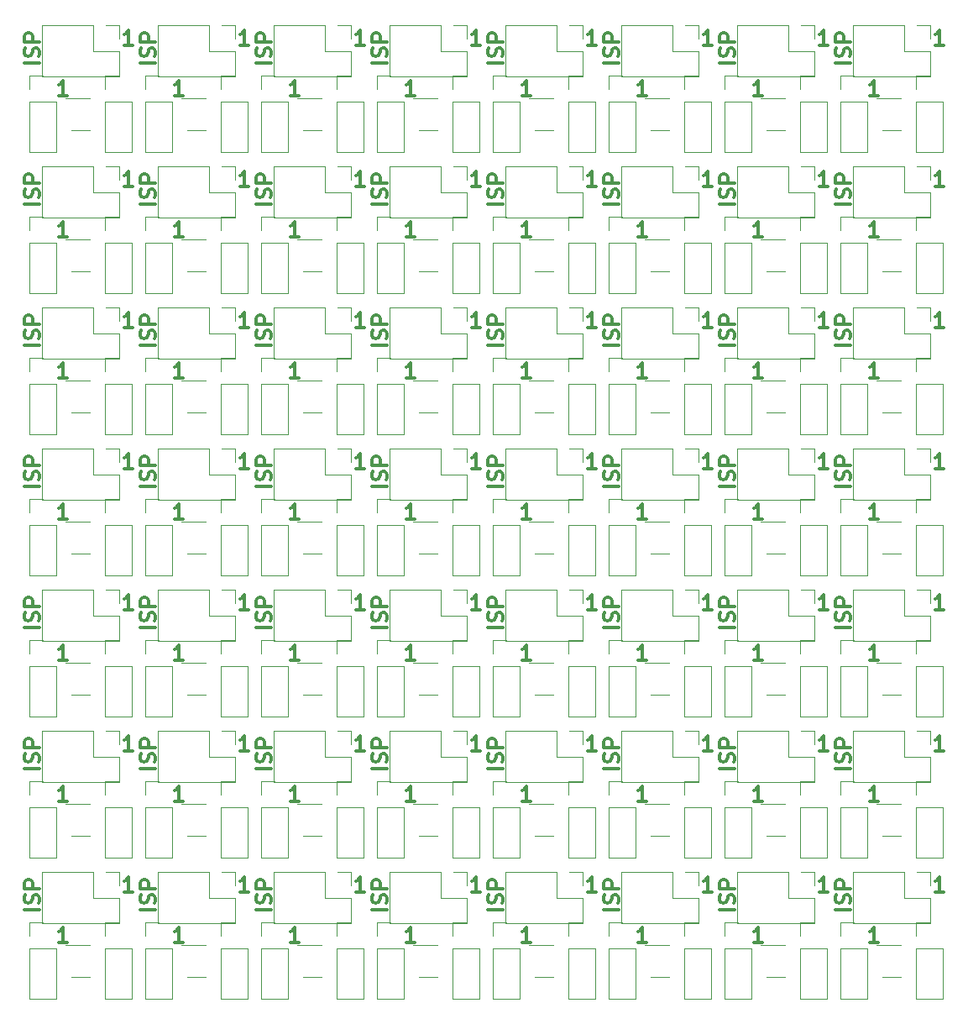
<source format=gbr>
G04 #@! TF.GenerationSoftware,KiCad,Pcbnew,(5.1.4)-1*
G04 #@! TF.CreationDate,2020-04-16T14:11:22+01:00*
G04 #@! TF.ProjectId,sot23Breakout,736f7432-3342-4726-9561-6b6f75742e6b,rev?*
G04 #@! TF.SameCoordinates,Original*
G04 #@! TF.FileFunction,Legend,Top*
G04 #@! TF.FilePolarity,Positive*
%FSLAX46Y46*%
G04 Gerber Fmt 4.6, Leading zero omitted, Abs format (unit mm)*
G04 Created by KiCad (PCBNEW (5.1.4)-1) date 2020-04-16 14:11:22*
%MOMM*%
%LPD*%
G04 APERTURE LIST*
%ADD10C,0.300000*%
%ADD11C,0.120000*%
G04 APERTURE END LIST*
D10*
X25316571Y-81220285D02*
X23816571Y-81220285D01*
X25245142Y-80577428D02*
X25316571Y-80363142D01*
X25316571Y-80006000D01*
X25245142Y-79863142D01*
X25173714Y-79791714D01*
X25030857Y-79720285D01*
X24888000Y-79720285D01*
X24745142Y-79791714D01*
X24673714Y-79863142D01*
X24602285Y-80006000D01*
X24530857Y-80291714D01*
X24459428Y-80434571D01*
X24388000Y-80506000D01*
X24245142Y-80577428D01*
X24102285Y-80577428D01*
X23959428Y-80506000D01*
X23888000Y-80434571D01*
X23816571Y-80291714D01*
X23816571Y-79934571D01*
X23888000Y-79720285D01*
X25316571Y-79077428D02*
X23816571Y-79077428D01*
X23816571Y-78506000D01*
X23888000Y-78363142D01*
X23959428Y-78291714D01*
X24102285Y-78220285D01*
X24316571Y-78220285D01*
X24459428Y-78291714D01*
X24530857Y-78363142D01*
X24602285Y-78506000D01*
X24602285Y-79077428D01*
X28114571Y-84498571D02*
X27257428Y-84498571D01*
X27686000Y-84498571D02*
X27686000Y-82998571D01*
X27543142Y-83212857D01*
X27400285Y-83355714D01*
X27257428Y-83427142D01*
X34718571Y-79418571D02*
X33861428Y-79418571D01*
X34290000Y-79418571D02*
X34290000Y-77918571D01*
X34147142Y-78132857D01*
X34004285Y-78275714D01*
X33861428Y-78347142D01*
X95420571Y-81220285D02*
X93920571Y-81220285D01*
X95349142Y-80577428D02*
X95420571Y-80363142D01*
X95420571Y-80006000D01*
X95349142Y-79863142D01*
X95277714Y-79791714D01*
X95134857Y-79720285D01*
X94992000Y-79720285D01*
X94849142Y-79791714D01*
X94777714Y-79863142D01*
X94706285Y-80006000D01*
X94634857Y-80291714D01*
X94563428Y-80434571D01*
X94492000Y-80506000D01*
X94349142Y-80577428D01*
X94206285Y-80577428D01*
X94063428Y-80506000D01*
X93992000Y-80434571D01*
X93920571Y-80291714D01*
X93920571Y-79934571D01*
X93992000Y-79720285D01*
X95420571Y-79077428D02*
X93920571Y-79077428D01*
X93920571Y-78506000D01*
X93992000Y-78363142D01*
X94063428Y-78291714D01*
X94206285Y-78220285D01*
X94420571Y-78220285D01*
X94563428Y-78291714D01*
X94634857Y-78363142D01*
X94706285Y-78506000D01*
X94706285Y-79077428D01*
X98218571Y-84498571D02*
X97361428Y-84498571D01*
X97790000Y-84498571D02*
X97790000Y-82998571D01*
X97647142Y-83212857D01*
X97504285Y-83355714D01*
X97361428Y-83427142D01*
X107104571Y-81220285D02*
X105604571Y-81220285D01*
X107033142Y-80577428D02*
X107104571Y-80363142D01*
X107104571Y-80006000D01*
X107033142Y-79863142D01*
X106961714Y-79791714D01*
X106818857Y-79720285D01*
X106676000Y-79720285D01*
X106533142Y-79791714D01*
X106461714Y-79863142D01*
X106390285Y-80006000D01*
X106318857Y-80291714D01*
X106247428Y-80434571D01*
X106176000Y-80506000D01*
X106033142Y-80577428D01*
X105890285Y-80577428D01*
X105747428Y-80506000D01*
X105676000Y-80434571D01*
X105604571Y-80291714D01*
X105604571Y-79934571D01*
X105676000Y-79720285D01*
X107104571Y-79077428D02*
X105604571Y-79077428D01*
X105604571Y-78506000D01*
X105676000Y-78363142D01*
X105747428Y-78291714D01*
X105890285Y-78220285D01*
X106104571Y-78220285D01*
X106247428Y-78291714D01*
X106318857Y-78363142D01*
X106390285Y-78506000D01*
X106390285Y-79077428D01*
X116506571Y-79418571D02*
X115649428Y-79418571D01*
X116078000Y-79418571D02*
X116078000Y-77918571D01*
X115935142Y-78132857D01*
X115792285Y-78275714D01*
X115649428Y-78347142D01*
X109902571Y-84498571D02*
X109045428Y-84498571D01*
X109474000Y-84498571D02*
X109474000Y-82998571D01*
X109331142Y-83212857D01*
X109188285Y-83355714D01*
X109045428Y-83427142D01*
X93138571Y-79418571D02*
X92281428Y-79418571D01*
X92710000Y-79418571D02*
X92710000Y-77918571D01*
X92567142Y-78132857D01*
X92424285Y-78275714D01*
X92281428Y-78347142D01*
X104822571Y-79418571D02*
X103965428Y-79418571D01*
X104394000Y-79418571D02*
X104394000Y-77918571D01*
X104251142Y-78132857D01*
X104108285Y-78275714D01*
X103965428Y-78347142D01*
X74850571Y-84498571D02*
X73993428Y-84498571D01*
X74422000Y-84498571D02*
X74422000Y-82998571D01*
X74279142Y-83212857D01*
X74136285Y-83355714D01*
X73993428Y-83427142D01*
X83736571Y-81220285D02*
X82236571Y-81220285D01*
X83665142Y-80577428D02*
X83736571Y-80363142D01*
X83736571Y-80006000D01*
X83665142Y-79863142D01*
X83593714Y-79791714D01*
X83450857Y-79720285D01*
X83308000Y-79720285D01*
X83165142Y-79791714D01*
X83093714Y-79863142D01*
X83022285Y-80006000D01*
X82950857Y-80291714D01*
X82879428Y-80434571D01*
X82808000Y-80506000D01*
X82665142Y-80577428D01*
X82522285Y-80577428D01*
X82379428Y-80506000D01*
X82308000Y-80434571D01*
X82236571Y-80291714D01*
X82236571Y-79934571D01*
X82308000Y-79720285D01*
X83736571Y-79077428D02*
X82236571Y-79077428D01*
X82236571Y-78506000D01*
X82308000Y-78363142D01*
X82379428Y-78291714D01*
X82522285Y-78220285D01*
X82736571Y-78220285D01*
X82879428Y-78291714D01*
X82950857Y-78363142D01*
X83022285Y-78506000D01*
X83022285Y-79077428D01*
X81454571Y-79418571D02*
X80597428Y-79418571D01*
X81026000Y-79418571D02*
X81026000Y-77918571D01*
X80883142Y-78132857D01*
X80740285Y-78275714D01*
X80597428Y-78347142D01*
X86534571Y-84498571D02*
X85677428Y-84498571D01*
X86106000Y-84498571D02*
X86106000Y-82998571D01*
X85963142Y-83212857D01*
X85820285Y-83355714D01*
X85677428Y-83427142D01*
X93138571Y-79418571D02*
X92281428Y-79418571D01*
X92710000Y-79418571D02*
X92710000Y-77918571D01*
X92567142Y-78132857D01*
X92424285Y-78275714D01*
X92281428Y-78347142D01*
X72052571Y-81220285D02*
X70552571Y-81220285D01*
X71981142Y-80577428D02*
X72052571Y-80363142D01*
X72052571Y-80006000D01*
X71981142Y-79863142D01*
X71909714Y-79791714D01*
X71766857Y-79720285D01*
X71624000Y-79720285D01*
X71481142Y-79791714D01*
X71409714Y-79863142D01*
X71338285Y-80006000D01*
X71266857Y-80291714D01*
X71195428Y-80434571D01*
X71124000Y-80506000D01*
X70981142Y-80577428D01*
X70838285Y-80577428D01*
X70695428Y-80506000D01*
X70624000Y-80434571D01*
X70552571Y-80291714D01*
X70552571Y-79934571D01*
X70624000Y-79720285D01*
X72052571Y-79077428D02*
X70552571Y-79077428D01*
X70552571Y-78506000D01*
X70624000Y-78363142D01*
X70695428Y-78291714D01*
X70838285Y-78220285D01*
X71052571Y-78220285D01*
X71195428Y-78291714D01*
X71266857Y-78363142D01*
X71338285Y-78506000D01*
X71338285Y-79077428D01*
X69770571Y-79418571D02*
X68913428Y-79418571D01*
X69342000Y-79418571D02*
X69342000Y-77918571D01*
X69199142Y-78132857D01*
X69056285Y-78275714D01*
X68913428Y-78347142D01*
X48684571Y-81220285D02*
X47184571Y-81220285D01*
X48613142Y-80577428D02*
X48684571Y-80363142D01*
X48684571Y-80006000D01*
X48613142Y-79863142D01*
X48541714Y-79791714D01*
X48398857Y-79720285D01*
X48256000Y-79720285D01*
X48113142Y-79791714D01*
X48041714Y-79863142D01*
X47970285Y-80006000D01*
X47898857Y-80291714D01*
X47827428Y-80434571D01*
X47756000Y-80506000D01*
X47613142Y-80577428D01*
X47470285Y-80577428D01*
X47327428Y-80506000D01*
X47256000Y-80434571D01*
X47184571Y-80291714D01*
X47184571Y-79934571D01*
X47256000Y-79720285D01*
X48684571Y-79077428D02*
X47184571Y-79077428D01*
X47184571Y-78506000D01*
X47256000Y-78363142D01*
X47327428Y-78291714D01*
X47470285Y-78220285D01*
X47684571Y-78220285D01*
X47827428Y-78291714D01*
X47898857Y-78363142D01*
X47970285Y-78506000D01*
X47970285Y-79077428D01*
X51482571Y-84498571D02*
X50625428Y-84498571D01*
X51054000Y-84498571D02*
X51054000Y-82998571D01*
X50911142Y-83212857D01*
X50768285Y-83355714D01*
X50625428Y-83427142D01*
X58086571Y-79418571D02*
X57229428Y-79418571D01*
X57658000Y-79418571D02*
X57658000Y-77918571D01*
X57515142Y-78132857D01*
X57372285Y-78275714D01*
X57229428Y-78347142D01*
X60368571Y-81220285D02*
X58868571Y-81220285D01*
X60297142Y-80577428D02*
X60368571Y-80363142D01*
X60368571Y-80006000D01*
X60297142Y-79863142D01*
X60225714Y-79791714D01*
X60082857Y-79720285D01*
X59940000Y-79720285D01*
X59797142Y-79791714D01*
X59725714Y-79863142D01*
X59654285Y-80006000D01*
X59582857Y-80291714D01*
X59511428Y-80434571D01*
X59440000Y-80506000D01*
X59297142Y-80577428D01*
X59154285Y-80577428D01*
X59011428Y-80506000D01*
X58940000Y-80434571D01*
X58868571Y-80291714D01*
X58868571Y-79934571D01*
X58940000Y-79720285D01*
X60368571Y-79077428D02*
X58868571Y-79077428D01*
X58868571Y-78506000D01*
X58940000Y-78363142D01*
X59011428Y-78291714D01*
X59154285Y-78220285D01*
X59368571Y-78220285D01*
X59511428Y-78291714D01*
X59582857Y-78363142D01*
X59654285Y-78506000D01*
X59654285Y-79077428D01*
X63166571Y-84498571D02*
X62309428Y-84498571D01*
X62738000Y-84498571D02*
X62738000Y-82998571D01*
X62595142Y-83212857D01*
X62452285Y-83355714D01*
X62309428Y-83427142D01*
X39798571Y-84498571D02*
X38941428Y-84498571D01*
X39370000Y-84498571D02*
X39370000Y-82998571D01*
X39227142Y-83212857D01*
X39084285Y-83355714D01*
X38941428Y-83427142D01*
X37000571Y-81220285D02*
X35500571Y-81220285D01*
X36929142Y-80577428D02*
X37000571Y-80363142D01*
X37000571Y-80006000D01*
X36929142Y-79863142D01*
X36857714Y-79791714D01*
X36714857Y-79720285D01*
X36572000Y-79720285D01*
X36429142Y-79791714D01*
X36357714Y-79863142D01*
X36286285Y-80006000D01*
X36214857Y-80291714D01*
X36143428Y-80434571D01*
X36072000Y-80506000D01*
X35929142Y-80577428D01*
X35786285Y-80577428D01*
X35643428Y-80506000D01*
X35572000Y-80434571D01*
X35500571Y-80291714D01*
X35500571Y-79934571D01*
X35572000Y-79720285D01*
X37000571Y-79077428D02*
X35500571Y-79077428D01*
X35500571Y-78506000D01*
X35572000Y-78363142D01*
X35643428Y-78291714D01*
X35786285Y-78220285D01*
X36000571Y-78220285D01*
X36143428Y-78291714D01*
X36214857Y-78363142D01*
X36286285Y-78506000D01*
X36286285Y-79077428D01*
X46402571Y-79418571D02*
X45545428Y-79418571D01*
X45974000Y-79418571D02*
X45974000Y-77918571D01*
X45831142Y-78132857D01*
X45688285Y-78275714D01*
X45545428Y-78347142D01*
X93138571Y-93642571D02*
X92281428Y-93642571D01*
X92710000Y-93642571D02*
X92710000Y-92142571D01*
X92567142Y-92356857D01*
X92424285Y-92499714D01*
X92281428Y-92571142D01*
X74850571Y-98722571D02*
X73993428Y-98722571D01*
X74422000Y-98722571D02*
X74422000Y-97222571D01*
X74279142Y-97436857D01*
X74136285Y-97579714D01*
X73993428Y-97651142D01*
X81454571Y-93642571D02*
X80597428Y-93642571D01*
X81026000Y-93642571D02*
X81026000Y-92142571D01*
X80883142Y-92356857D01*
X80740285Y-92499714D01*
X80597428Y-92571142D01*
X93138571Y-93642571D02*
X92281428Y-93642571D01*
X92710000Y-93642571D02*
X92710000Y-92142571D01*
X92567142Y-92356857D01*
X92424285Y-92499714D01*
X92281428Y-92571142D01*
X116506571Y-93642571D02*
X115649428Y-93642571D01*
X116078000Y-93642571D02*
X116078000Y-92142571D01*
X115935142Y-92356857D01*
X115792285Y-92499714D01*
X115649428Y-92571142D01*
X109902571Y-98722571D02*
X109045428Y-98722571D01*
X109474000Y-98722571D02*
X109474000Y-97222571D01*
X109331142Y-97436857D01*
X109188285Y-97579714D01*
X109045428Y-97651142D01*
X104822571Y-93642571D02*
X103965428Y-93642571D01*
X104394000Y-93642571D02*
X104394000Y-92142571D01*
X104251142Y-92356857D01*
X104108285Y-92499714D01*
X103965428Y-92571142D01*
X86534571Y-98722571D02*
X85677428Y-98722571D01*
X86106000Y-98722571D02*
X86106000Y-97222571D01*
X85963142Y-97436857D01*
X85820285Y-97579714D01*
X85677428Y-97651142D01*
X83736571Y-95444285D02*
X82236571Y-95444285D01*
X83665142Y-94801428D02*
X83736571Y-94587142D01*
X83736571Y-94230000D01*
X83665142Y-94087142D01*
X83593714Y-94015714D01*
X83450857Y-93944285D01*
X83308000Y-93944285D01*
X83165142Y-94015714D01*
X83093714Y-94087142D01*
X83022285Y-94230000D01*
X82950857Y-94515714D01*
X82879428Y-94658571D01*
X82808000Y-94730000D01*
X82665142Y-94801428D01*
X82522285Y-94801428D01*
X82379428Y-94730000D01*
X82308000Y-94658571D01*
X82236571Y-94515714D01*
X82236571Y-94158571D01*
X82308000Y-93944285D01*
X83736571Y-93301428D02*
X82236571Y-93301428D01*
X82236571Y-92730000D01*
X82308000Y-92587142D01*
X82379428Y-92515714D01*
X82522285Y-92444285D01*
X82736571Y-92444285D01*
X82879428Y-92515714D01*
X82950857Y-92587142D01*
X83022285Y-92730000D01*
X83022285Y-93301428D01*
X72052571Y-95444285D02*
X70552571Y-95444285D01*
X71981142Y-94801428D02*
X72052571Y-94587142D01*
X72052571Y-94230000D01*
X71981142Y-94087142D01*
X71909714Y-94015714D01*
X71766857Y-93944285D01*
X71624000Y-93944285D01*
X71481142Y-94015714D01*
X71409714Y-94087142D01*
X71338285Y-94230000D01*
X71266857Y-94515714D01*
X71195428Y-94658571D01*
X71124000Y-94730000D01*
X70981142Y-94801428D01*
X70838285Y-94801428D01*
X70695428Y-94730000D01*
X70624000Y-94658571D01*
X70552571Y-94515714D01*
X70552571Y-94158571D01*
X70624000Y-93944285D01*
X72052571Y-93301428D02*
X70552571Y-93301428D01*
X70552571Y-92730000D01*
X70624000Y-92587142D01*
X70695428Y-92515714D01*
X70838285Y-92444285D01*
X71052571Y-92444285D01*
X71195428Y-92515714D01*
X71266857Y-92587142D01*
X71338285Y-92730000D01*
X71338285Y-93301428D01*
X48684571Y-95444285D02*
X47184571Y-95444285D01*
X48613142Y-94801428D02*
X48684571Y-94587142D01*
X48684571Y-94230000D01*
X48613142Y-94087142D01*
X48541714Y-94015714D01*
X48398857Y-93944285D01*
X48256000Y-93944285D01*
X48113142Y-94015714D01*
X48041714Y-94087142D01*
X47970285Y-94230000D01*
X47898857Y-94515714D01*
X47827428Y-94658571D01*
X47756000Y-94730000D01*
X47613142Y-94801428D01*
X47470285Y-94801428D01*
X47327428Y-94730000D01*
X47256000Y-94658571D01*
X47184571Y-94515714D01*
X47184571Y-94158571D01*
X47256000Y-93944285D01*
X48684571Y-93301428D02*
X47184571Y-93301428D01*
X47184571Y-92730000D01*
X47256000Y-92587142D01*
X47327428Y-92515714D01*
X47470285Y-92444285D01*
X47684571Y-92444285D01*
X47827428Y-92515714D01*
X47898857Y-92587142D01*
X47970285Y-92730000D01*
X47970285Y-93301428D01*
X63166571Y-98722571D02*
X62309428Y-98722571D01*
X62738000Y-98722571D02*
X62738000Y-97222571D01*
X62595142Y-97436857D01*
X62452285Y-97579714D01*
X62309428Y-97651142D01*
X39798571Y-98722571D02*
X38941428Y-98722571D01*
X39370000Y-98722571D02*
X39370000Y-97222571D01*
X39227142Y-97436857D01*
X39084285Y-97579714D01*
X38941428Y-97651142D01*
X69770571Y-93642571D02*
X68913428Y-93642571D01*
X69342000Y-93642571D02*
X69342000Y-92142571D01*
X69199142Y-92356857D01*
X69056285Y-92499714D01*
X68913428Y-92571142D01*
X60368571Y-95444285D02*
X58868571Y-95444285D01*
X60297142Y-94801428D02*
X60368571Y-94587142D01*
X60368571Y-94230000D01*
X60297142Y-94087142D01*
X60225714Y-94015714D01*
X60082857Y-93944285D01*
X59940000Y-93944285D01*
X59797142Y-94015714D01*
X59725714Y-94087142D01*
X59654285Y-94230000D01*
X59582857Y-94515714D01*
X59511428Y-94658571D01*
X59440000Y-94730000D01*
X59297142Y-94801428D01*
X59154285Y-94801428D01*
X59011428Y-94730000D01*
X58940000Y-94658571D01*
X58868571Y-94515714D01*
X58868571Y-94158571D01*
X58940000Y-93944285D01*
X60368571Y-93301428D02*
X58868571Y-93301428D01*
X58868571Y-92730000D01*
X58940000Y-92587142D01*
X59011428Y-92515714D01*
X59154285Y-92444285D01*
X59368571Y-92444285D01*
X59511428Y-92515714D01*
X59582857Y-92587142D01*
X59654285Y-92730000D01*
X59654285Y-93301428D01*
X37000571Y-95444285D02*
X35500571Y-95444285D01*
X36929142Y-94801428D02*
X37000571Y-94587142D01*
X37000571Y-94230000D01*
X36929142Y-94087142D01*
X36857714Y-94015714D01*
X36714857Y-93944285D01*
X36572000Y-93944285D01*
X36429142Y-94015714D01*
X36357714Y-94087142D01*
X36286285Y-94230000D01*
X36214857Y-94515714D01*
X36143428Y-94658571D01*
X36072000Y-94730000D01*
X35929142Y-94801428D01*
X35786285Y-94801428D01*
X35643428Y-94730000D01*
X35572000Y-94658571D01*
X35500571Y-94515714D01*
X35500571Y-94158571D01*
X35572000Y-93944285D01*
X37000571Y-93301428D02*
X35500571Y-93301428D01*
X35500571Y-92730000D01*
X35572000Y-92587142D01*
X35643428Y-92515714D01*
X35786285Y-92444285D01*
X36000571Y-92444285D01*
X36143428Y-92515714D01*
X36214857Y-92587142D01*
X36286285Y-92730000D01*
X36286285Y-93301428D01*
X46402571Y-93642571D02*
X45545428Y-93642571D01*
X45974000Y-93642571D02*
X45974000Y-92142571D01*
X45831142Y-92356857D01*
X45688285Y-92499714D01*
X45545428Y-92571142D01*
X58086571Y-93642571D02*
X57229428Y-93642571D01*
X57658000Y-93642571D02*
X57658000Y-92142571D01*
X57515142Y-92356857D01*
X57372285Y-92499714D01*
X57229428Y-92571142D01*
X51482571Y-98722571D02*
X50625428Y-98722571D01*
X51054000Y-98722571D02*
X51054000Y-97222571D01*
X50911142Y-97436857D01*
X50768285Y-97579714D01*
X50625428Y-97651142D01*
X107104571Y-95444285D02*
X105604571Y-95444285D01*
X107033142Y-94801428D02*
X107104571Y-94587142D01*
X107104571Y-94230000D01*
X107033142Y-94087142D01*
X106961714Y-94015714D01*
X106818857Y-93944285D01*
X106676000Y-93944285D01*
X106533142Y-94015714D01*
X106461714Y-94087142D01*
X106390285Y-94230000D01*
X106318857Y-94515714D01*
X106247428Y-94658571D01*
X106176000Y-94730000D01*
X106033142Y-94801428D01*
X105890285Y-94801428D01*
X105747428Y-94730000D01*
X105676000Y-94658571D01*
X105604571Y-94515714D01*
X105604571Y-94158571D01*
X105676000Y-93944285D01*
X107104571Y-93301428D02*
X105604571Y-93301428D01*
X105604571Y-92730000D01*
X105676000Y-92587142D01*
X105747428Y-92515714D01*
X105890285Y-92444285D01*
X106104571Y-92444285D01*
X106247428Y-92515714D01*
X106318857Y-92587142D01*
X106390285Y-92730000D01*
X106390285Y-93301428D01*
X98218571Y-98722571D02*
X97361428Y-98722571D01*
X97790000Y-98722571D02*
X97790000Y-97222571D01*
X97647142Y-97436857D01*
X97504285Y-97579714D01*
X97361428Y-97651142D01*
X95420571Y-95444285D02*
X93920571Y-95444285D01*
X95349142Y-94801428D02*
X95420571Y-94587142D01*
X95420571Y-94230000D01*
X95349142Y-94087142D01*
X95277714Y-94015714D01*
X95134857Y-93944285D01*
X94992000Y-93944285D01*
X94849142Y-94015714D01*
X94777714Y-94087142D01*
X94706285Y-94230000D01*
X94634857Y-94515714D01*
X94563428Y-94658571D01*
X94492000Y-94730000D01*
X94349142Y-94801428D01*
X94206285Y-94801428D01*
X94063428Y-94730000D01*
X93992000Y-94658571D01*
X93920571Y-94515714D01*
X93920571Y-94158571D01*
X93992000Y-93944285D01*
X95420571Y-93301428D02*
X93920571Y-93301428D01*
X93920571Y-92730000D01*
X93992000Y-92587142D01*
X94063428Y-92515714D01*
X94206285Y-92444285D01*
X94420571Y-92444285D01*
X94563428Y-92515714D01*
X94634857Y-92587142D01*
X94706285Y-92730000D01*
X94706285Y-93301428D01*
X25316571Y-95444285D02*
X23816571Y-95444285D01*
X25245142Y-94801428D02*
X25316571Y-94587142D01*
X25316571Y-94230000D01*
X25245142Y-94087142D01*
X25173714Y-94015714D01*
X25030857Y-93944285D01*
X24888000Y-93944285D01*
X24745142Y-94015714D01*
X24673714Y-94087142D01*
X24602285Y-94230000D01*
X24530857Y-94515714D01*
X24459428Y-94658571D01*
X24388000Y-94730000D01*
X24245142Y-94801428D01*
X24102285Y-94801428D01*
X23959428Y-94730000D01*
X23888000Y-94658571D01*
X23816571Y-94515714D01*
X23816571Y-94158571D01*
X23888000Y-93944285D01*
X25316571Y-93301428D02*
X23816571Y-93301428D01*
X23816571Y-92730000D01*
X23888000Y-92587142D01*
X23959428Y-92515714D01*
X24102285Y-92444285D01*
X24316571Y-92444285D01*
X24459428Y-92515714D01*
X24530857Y-92587142D01*
X24602285Y-92730000D01*
X24602285Y-93301428D01*
X28114571Y-98722571D02*
X27257428Y-98722571D01*
X27686000Y-98722571D02*
X27686000Y-97222571D01*
X27543142Y-97436857D01*
X27400285Y-97579714D01*
X27257428Y-97651142D01*
X34718571Y-93642571D02*
X33861428Y-93642571D01*
X34290000Y-93642571D02*
X34290000Y-92142571D01*
X34147142Y-92356857D01*
X34004285Y-92499714D01*
X33861428Y-92571142D01*
X25316571Y-109668285D02*
X23816571Y-109668285D01*
X25245142Y-109025428D02*
X25316571Y-108811142D01*
X25316571Y-108454000D01*
X25245142Y-108311142D01*
X25173714Y-108239714D01*
X25030857Y-108168285D01*
X24888000Y-108168285D01*
X24745142Y-108239714D01*
X24673714Y-108311142D01*
X24602285Y-108454000D01*
X24530857Y-108739714D01*
X24459428Y-108882571D01*
X24388000Y-108954000D01*
X24245142Y-109025428D01*
X24102285Y-109025428D01*
X23959428Y-108954000D01*
X23888000Y-108882571D01*
X23816571Y-108739714D01*
X23816571Y-108382571D01*
X23888000Y-108168285D01*
X25316571Y-107525428D02*
X23816571Y-107525428D01*
X23816571Y-106954000D01*
X23888000Y-106811142D01*
X23959428Y-106739714D01*
X24102285Y-106668285D01*
X24316571Y-106668285D01*
X24459428Y-106739714D01*
X24530857Y-106811142D01*
X24602285Y-106954000D01*
X24602285Y-107525428D01*
X28114571Y-112946571D02*
X27257428Y-112946571D01*
X27686000Y-112946571D02*
X27686000Y-111446571D01*
X27543142Y-111660857D01*
X27400285Y-111803714D01*
X27257428Y-111875142D01*
X34718571Y-107866571D02*
X33861428Y-107866571D01*
X34290000Y-107866571D02*
X34290000Y-106366571D01*
X34147142Y-106580857D01*
X34004285Y-106723714D01*
X33861428Y-106795142D01*
X95420571Y-109668285D02*
X93920571Y-109668285D01*
X95349142Y-109025428D02*
X95420571Y-108811142D01*
X95420571Y-108454000D01*
X95349142Y-108311142D01*
X95277714Y-108239714D01*
X95134857Y-108168285D01*
X94992000Y-108168285D01*
X94849142Y-108239714D01*
X94777714Y-108311142D01*
X94706285Y-108454000D01*
X94634857Y-108739714D01*
X94563428Y-108882571D01*
X94492000Y-108954000D01*
X94349142Y-109025428D01*
X94206285Y-109025428D01*
X94063428Y-108954000D01*
X93992000Y-108882571D01*
X93920571Y-108739714D01*
X93920571Y-108382571D01*
X93992000Y-108168285D01*
X95420571Y-107525428D02*
X93920571Y-107525428D01*
X93920571Y-106954000D01*
X93992000Y-106811142D01*
X94063428Y-106739714D01*
X94206285Y-106668285D01*
X94420571Y-106668285D01*
X94563428Y-106739714D01*
X94634857Y-106811142D01*
X94706285Y-106954000D01*
X94706285Y-107525428D01*
X98218571Y-112946571D02*
X97361428Y-112946571D01*
X97790000Y-112946571D02*
X97790000Y-111446571D01*
X97647142Y-111660857D01*
X97504285Y-111803714D01*
X97361428Y-111875142D01*
X107104571Y-109668285D02*
X105604571Y-109668285D01*
X107033142Y-109025428D02*
X107104571Y-108811142D01*
X107104571Y-108454000D01*
X107033142Y-108311142D01*
X106961714Y-108239714D01*
X106818857Y-108168285D01*
X106676000Y-108168285D01*
X106533142Y-108239714D01*
X106461714Y-108311142D01*
X106390285Y-108454000D01*
X106318857Y-108739714D01*
X106247428Y-108882571D01*
X106176000Y-108954000D01*
X106033142Y-109025428D01*
X105890285Y-109025428D01*
X105747428Y-108954000D01*
X105676000Y-108882571D01*
X105604571Y-108739714D01*
X105604571Y-108382571D01*
X105676000Y-108168285D01*
X107104571Y-107525428D02*
X105604571Y-107525428D01*
X105604571Y-106954000D01*
X105676000Y-106811142D01*
X105747428Y-106739714D01*
X105890285Y-106668285D01*
X106104571Y-106668285D01*
X106247428Y-106739714D01*
X106318857Y-106811142D01*
X106390285Y-106954000D01*
X106390285Y-107525428D01*
X116506571Y-107866571D02*
X115649428Y-107866571D01*
X116078000Y-107866571D02*
X116078000Y-106366571D01*
X115935142Y-106580857D01*
X115792285Y-106723714D01*
X115649428Y-106795142D01*
X109902571Y-112946571D02*
X109045428Y-112946571D01*
X109474000Y-112946571D02*
X109474000Y-111446571D01*
X109331142Y-111660857D01*
X109188285Y-111803714D01*
X109045428Y-111875142D01*
X93138571Y-107866571D02*
X92281428Y-107866571D01*
X92710000Y-107866571D02*
X92710000Y-106366571D01*
X92567142Y-106580857D01*
X92424285Y-106723714D01*
X92281428Y-106795142D01*
X104822571Y-107866571D02*
X103965428Y-107866571D01*
X104394000Y-107866571D02*
X104394000Y-106366571D01*
X104251142Y-106580857D01*
X104108285Y-106723714D01*
X103965428Y-106795142D01*
X74850571Y-112946571D02*
X73993428Y-112946571D01*
X74422000Y-112946571D02*
X74422000Y-111446571D01*
X74279142Y-111660857D01*
X74136285Y-111803714D01*
X73993428Y-111875142D01*
X83736571Y-109668285D02*
X82236571Y-109668285D01*
X83665142Y-109025428D02*
X83736571Y-108811142D01*
X83736571Y-108454000D01*
X83665142Y-108311142D01*
X83593714Y-108239714D01*
X83450857Y-108168285D01*
X83308000Y-108168285D01*
X83165142Y-108239714D01*
X83093714Y-108311142D01*
X83022285Y-108454000D01*
X82950857Y-108739714D01*
X82879428Y-108882571D01*
X82808000Y-108954000D01*
X82665142Y-109025428D01*
X82522285Y-109025428D01*
X82379428Y-108954000D01*
X82308000Y-108882571D01*
X82236571Y-108739714D01*
X82236571Y-108382571D01*
X82308000Y-108168285D01*
X83736571Y-107525428D02*
X82236571Y-107525428D01*
X82236571Y-106954000D01*
X82308000Y-106811142D01*
X82379428Y-106739714D01*
X82522285Y-106668285D01*
X82736571Y-106668285D01*
X82879428Y-106739714D01*
X82950857Y-106811142D01*
X83022285Y-106954000D01*
X83022285Y-107525428D01*
X81454571Y-107866571D02*
X80597428Y-107866571D01*
X81026000Y-107866571D02*
X81026000Y-106366571D01*
X80883142Y-106580857D01*
X80740285Y-106723714D01*
X80597428Y-106795142D01*
X86534571Y-112946571D02*
X85677428Y-112946571D01*
X86106000Y-112946571D02*
X86106000Y-111446571D01*
X85963142Y-111660857D01*
X85820285Y-111803714D01*
X85677428Y-111875142D01*
X93138571Y-107866571D02*
X92281428Y-107866571D01*
X92710000Y-107866571D02*
X92710000Y-106366571D01*
X92567142Y-106580857D01*
X92424285Y-106723714D01*
X92281428Y-106795142D01*
X72052571Y-109668285D02*
X70552571Y-109668285D01*
X71981142Y-109025428D02*
X72052571Y-108811142D01*
X72052571Y-108454000D01*
X71981142Y-108311142D01*
X71909714Y-108239714D01*
X71766857Y-108168285D01*
X71624000Y-108168285D01*
X71481142Y-108239714D01*
X71409714Y-108311142D01*
X71338285Y-108454000D01*
X71266857Y-108739714D01*
X71195428Y-108882571D01*
X71124000Y-108954000D01*
X70981142Y-109025428D01*
X70838285Y-109025428D01*
X70695428Y-108954000D01*
X70624000Y-108882571D01*
X70552571Y-108739714D01*
X70552571Y-108382571D01*
X70624000Y-108168285D01*
X72052571Y-107525428D02*
X70552571Y-107525428D01*
X70552571Y-106954000D01*
X70624000Y-106811142D01*
X70695428Y-106739714D01*
X70838285Y-106668285D01*
X71052571Y-106668285D01*
X71195428Y-106739714D01*
X71266857Y-106811142D01*
X71338285Y-106954000D01*
X71338285Y-107525428D01*
X69770571Y-107866571D02*
X68913428Y-107866571D01*
X69342000Y-107866571D02*
X69342000Y-106366571D01*
X69199142Y-106580857D01*
X69056285Y-106723714D01*
X68913428Y-106795142D01*
X48684571Y-109668285D02*
X47184571Y-109668285D01*
X48613142Y-109025428D02*
X48684571Y-108811142D01*
X48684571Y-108454000D01*
X48613142Y-108311142D01*
X48541714Y-108239714D01*
X48398857Y-108168285D01*
X48256000Y-108168285D01*
X48113142Y-108239714D01*
X48041714Y-108311142D01*
X47970285Y-108454000D01*
X47898857Y-108739714D01*
X47827428Y-108882571D01*
X47756000Y-108954000D01*
X47613142Y-109025428D01*
X47470285Y-109025428D01*
X47327428Y-108954000D01*
X47256000Y-108882571D01*
X47184571Y-108739714D01*
X47184571Y-108382571D01*
X47256000Y-108168285D01*
X48684571Y-107525428D02*
X47184571Y-107525428D01*
X47184571Y-106954000D01*
X47256000Y-106811142D01*
X47327428Y-106739714D01*
X47470285Y-106668285D01*
X47684571Y-106668285D01*
X47827428Y-106739714D01*
X47898857Y-106811142D01*
X47970285Y-106954000D01*
X47970285Y-107525428D01*
X51482571Y-112946571D02*
X50625428Y-112946571D01*
X51054000Y-112946571D02*
X51054000Y-111446571D01*
X50911142Y-111660857D01*
X50768285Y-111803714D01*
X50625428Y-111875142D01*
X58086571Y-107866571D02*
X57229428Y-107866571D01*
X57658000Y-107866571D02*
X57658000Y-106366571D01*
X57515142Y-106580857D01*
X57372285Y-106723714D01*
X57229428Y-106795142D01*
X60368571Y-109668285D02*
X58868571Y-109668285D01*
X60297142Y-109025428D02*
X60368571Y-108811142D01*
X60368571Y-108454000D01*
X60297142Y-108311142D01*
X60225714Y-108239714D01*
X60082857Y-108168285D01*
X59940000Y-108168285D01*
X59797142Y-108239714D01*
X59725714Y-108311142D01*
X59654285Y-108454000D01*
X59582857Y-108739714D01*
X59511428Y-108882571D01*
X59440000Y-108954000D01*
X59297142Y-109025428D01*
X59154285Y-109025428D01*
X59011428Y-108954000D01*
X58940000Y-108882571D01*
X58868571Y-108739714D01*
X58868571Y-108382571D01*
X58940000Y-108168285D01*
X60368571Y-107525428D02*
X58868571Y-107525428D01*
X58868571Y-106954000D01*
X58940000Y-106811142D01*
X59011428Y-106739714D01*
X59154285Y-106668285D01*
X59368571Y-106668285D01*
X59511428Y-106739714D01*
X59582857Y-106811142D01*
X59654285Y-106954000D01*
X59654285Y-107525428D01*
X63166571Y-112946571D02*
X62309428Y-112946571D01*
X62738000Y-112946571D02*
X62738000Y-111446571D01*
X62595142Y-111660857D01*
X62452285Y-111803714D01*
X62309428Y-111875142D01*
X39798571Y-112946571D02*
X38941428Y-112946571D01*
X39370000Y-112946571D02*
X39370000Y-111446571D01*
X39227142Y-111660857D01*
X39084285Y-111803714D01*
X38941428Y-111875142D01*
X37000571Y-109668285D02*
X35500571Y-109668285D01*
X36929142Y-109025428D02*
X37000571Y-108811142D01*
X37000571Y-108454000D01*
X36929142Y-108311142D01*
X36857714Y-108239714D01*
X36714857Y-108168285D01*
X36572000Y-108168285D01*
X36429142Y-108239714D01*
X36357714Y-108311142D01*
X36286285Y-108454000D01*
X36214857Y-108739714D01*
X36143428Y-108882571D01*
X36072000Y-108954000D01*
X35929142Y-109025428D01*
X35786285Y-109025428D01*
X35643428Y-108954000D01*
X35572000Y-108882571D01*
X35500571Y-108739714D01*
X35500571Y-108382571D01*
X35572000Y-108168285D01*
X37000571Y-107525428D02*
X35500571Y-107525428D01*
X35500571Y-106954000D01*
X35572000Y-106811142D01*
X35643428Y-106739714D01*
X35786285Y-106668285D01*
X36000571Y-106668285D01*
X36143428Y-106739714D01*
X36214857Y-106811142D01*
X36286285Y-106954000D01*
X36286285Y-107525428D01*
X46402571Y-107866571D02*
X45545428Y-107866571D01*
X45974000Y-107866571D02*
X45974000Y-106366571D01*
X45831142Y-106580857D01*
X45688285Y-106723714D01*
X45545428Y-106795142D01*
X93138571Y-122090571D02*
X92281428Y-122090571D01*
X92710000Y-122090571D02*
X92710000Y-120590571D01*
X92567142Y-120804857D01*
X92424285Y-120947714D01*
X92281428Y-121019142D01*
X74850571Y-127170571D02*
X73993428Y-127170571D01*
X74422000Y-127170571D02*
X74422000Y-125670571D01*
X74279142Y-125884857D01*
X74136285Y-126027714D01*
X73993428Y-126099142D01*
X81454571Y-122090571D02*
X80597428Y-122090571D01*
X81026000Y-122090571D02*
X81026000Y-120590571D01*
X80883142Y-120804857D01*
X80740285Y-120947714D01*
X80597428Y-121019142D01*
X93138571Y-122090571D02*
X92281428Y-122090571D01*
X92710000Y-122090571D02*
X92710000Y-120590571D01*
X92567142Y-120804857D01*
X92424285Y-120947714D01*
X92281428Y-121019142D01*
X116506571Y-122090571D02*
X115649428Y-122090571D01*
X116078000Y-122090571D02*
X116078000Y-120590571D01*
X115935142Y-120804857D01*
X115792285Y-120947714D01*
X115649428Y-121019142D01*
X109902571Y-127170571D02*
X109045428Y-127170571D01*
X109474000Y-127170571D02*
X109474000Y-125670571D01*
X109331142Y-125884857D01*
X109188285Y-126027714D01*
X109045428Y-126099142D01*
X104822571Y-122090571D02*
X103965428Y-122090571D01*
X104394000Y-122090571D02*
X104394000Y-120590571D01*
X104251142Y-120804857D01*
X104108285Y-120947714D01*
X103965428Y-121019142D01*
X86534571Y-127170571D02*
X85677428Y-127170571D01*
X86106000Y-127170571D02*
X86106000Y-125670571D01*
X85963142Y-125884857D01*
X85820285Y-126027714D01*
X85677428Y-126099142D01*
X83736571Y-123892285D02*
X82236571Y-123892285D01*
X83665142Y-123249428D02*
X83736571Y-123035142D01*
X83736571Y-122678000D01*
X83665142Y-122535142D01*
X83593714Y-122463714D01*
X83450857Y-122392285D01*
X83308000Y-122392285D01*
X83165142Y-122463714D01*
X83093714Y-122535142D01*
X83022285Y-122678000D01*
X82950857Y-122963714D01*
X82879428Y-123106571D01*
X82808000Y-123178000D01*
X82665142Y-123249428D01*
X82522285Y-123249428D01*
X82379428Y-123178000D01*
X82308000Y-123106571D01*
X82236571Y-122963714D01*
X82236571Y-122606571D01*
X82308000Y-122392285D01*
X83736571Y-121749428D02*
X82236571Y-121749428D01*
X82236571Y-121178000D01*
X82308000Y-121035142D01*
X82379428Y-120963714D01*
X82522285Y-120892285D01*
X82736571Y-120892285D01*
X82879428Y-120963714D01*
X82950857Y-121035142D01*
X83022285Y-121178000D01*
X83022285Y-121749428D01*
X72052571Y-123892285D02*
X70552571Y-123892285D01*
X71981142Y-123249428D02*
X72052571Y-123035142D01*
X72052571Y-122678000D01*
X71981142Y-122535142D01*
X71909714Y-122463714D01*
X71766857Y-122392285D01*
X71624000Y-122392285D01*
X71481142Y-122463714D01*
X71409714Y-122535142D01*
X71338285Y-122678000D01*
X71266857Y-122963714D01*
X71195428Y-123106571D01*
X71124000Y-123178000D01*
X70981142Y-123249428D01*
X70838285Y-123249428D01*
X70695428Y-123178000D01*
X70624000Y-123106571D01*
X70552571Y-122963714D01*
X70552571Y-122606571D01*
X70624000Y-122392285D01*
X72052571Y-121749428D02*
X70552571Y-121749428D01*
X70552571Y-121178000D01*
X70624000Y-121035142D01*
X70695428Y-120963714D01*
X70838285Y-120892285D01*
X71052571Y-120892285D01*
X71195428Y-120963714D01*
X71266857Y-121035142D01*
X71338285Y-121178000D01*
X71338285Y-121749428D01*
X48684571Y-123892285D02*
X47184571Y-123892285D01*
X48613142Y-123249428D02*
X48684571Y-123035142D01*
X48684571Y-122678000D01*
X48613142Y-122535142D01*
X48541714Y-122463714D01*
X48398857Y-122392285D01*
X48256000Y-122392285D01*
X48113142Y-122463714D01*
X48041714Y-122535142D01*
X47970285Y-122678000D01*
X47898857Y-122963714D01*
X47827428Y-123106571D01*
X47756000Y-123178000D01*
X47613142Y-123249428D01*
X47470285Y-123249428D01*
X47327428Y-123178000D01*
X47256000Y-123106571D01*
X47184571Y-122963714D01*
X47184571Y-122606571D01*
X47256000Y-122392285D01*
X48684571Y-121749428D02*
X47184571Y-121749428D01*
X47184571Y-121178000D01*
X47256000Y-121035142D01*
X47327428Y-120963714D01*
X47470285Y-120892285D01*
X47684571Y-120892285D01*
X47827428Y-120963714D01*
X47898857Y-121035142D01*
X47970285Y-121178000D01*
X47970285Y-121749428D01*
X63166571Y-127170571D02*
X62309428Y-127170571D01*
X62738000Y-127170571D02*
X62738000Y-125670571D01*
X62595142Y-125884857D01*
X62452285Y-126027714D01*
X62309428Y-126099142D01*
X39798571Y-127170571D02*
X38941428Y-127170571D01*
X39370000Y-127170571D02*
X39370000Y-125670571D01*
X39227142Y-125884857D01*
X39084285Y-126027714D01*
X38941428Y-126099142D01*
X69770571Y-122090571D02*
X68913428Y-122090571D01*
X69342000Y-122090571D02*
X69342000Y-120590571D01*
X69199142Y-120804857D01*
X69056285Y-120947714D01*
X68913428Y-121019142D01*
X60368571Y-123892285D02*
X58868571Y-123892285D01*
X60297142Y-123249428D02*
X60368571Y-123035142D01*
X60368571Y-122678000D01*
X60297142Y-122535142D01*
X60225714Y-122463714D01*
X60082857Y-122392285D01*
X59940000Y-122392285D01*
X59797142Y-122463714D01*
X59725714Y-122535142D01*
X59654285Y-122678000D01*
X59582857Y-122963714D01*
X59511428Y-123106571D01*
X59440000Y-123178000D01*
X59297142Y-123249428D01*
X59154285Y-123249428D01*
X59011428Y-123178000D01*
X58940000Y-123106571D01*
X58868571Y-122963714D01*
X58868571Y-122606571D01*
X58940000Y-122392285D01*
X60368571Y-121749428D02*
X58868571Y-121749428D01*
X58868571Y-121178000D01*
X58940000Y-121035142D01*
X59011428Y-120963714D01*
X59154285Y-120892285D01*
X59368571Y-120892285D01*
X59511428Y-120963714D01*
X59582857Y-121035142D01*
X59654285Y-121178000D01*
X59654285Y-121749428D01*
X37000571Y-123892285D02*
X35500571Y-123892285D01*
X36929142Y-123249428D02*
X37000571Y-123035142D01*
X37000571Y-122678000D01*
X36929142Y-122535142D01*
X36857714Y-122463714D01*
X36714857Y-122392285D01*
X36572000Y-122392285D01*
X36429142Y-122463714D01*
X36357714Y-122535142D01*
X36286285Y-122678000D01*
X36214857Y-122963714D01*
X36143428Y-123106571D01*
X36072000Y-123178000D01*
X35929142Y-123249428D01*
X35786285Y-123249428D01*
X35643428Y-123178000D01*
X35572000Y-123106571D01*
X35500571Y-122963714D01*
X35500571Y-122606571D01*
X35572000Y-122392285D01*
X37000571Y-121749428D02*
X35500571Y-121749428D01*
X35500571Y-121178000D01*
X35572000Y-121035142D01*
X35643428Y-120963714D01*
X35786285Y-120892285D01*
X36000571Y-120892285D01*
X36143428Y-120963714D01*
X36214857Y-121035142D01*
X36286285Y-121178000D01*
X36286285Y-121749428D01*
X46402571Y-122090571D02*
X45545428Y-122090571D01*
X45974000Y-122090571D02*
X45974000Y-120590571D01*
X45831142Y-120804857D01*
X45688285Y-120947714D01*
X45545428Y-121019142D01*
X58086571Y-122090571D02*
X57229428Y-122090571D01*
X57658000Y-122090571D02*
X57658000Y-120590571D01*
X57515142Y-120804857D01*
X57372285Y-120947714D01*
X57229428Y-121019142D01*
X51482571Y-127170571D02*
X50625428Y-127170571D01*
X51054000Y-127170571D02*
X51054000Y-125670571D01*
X50911142Y-125884857D01*
X50768285Y-126027714D01*
X50625428Y-126099142D01*
X107104571Y-123892285D02*
X105604571Y-123892285D01*
X107033142Y-123249428D02*
X107104571Y-123035142D01*
X107104571Y-122678000D01*
X107033142Y-122535142D01*
X106961714Y-122463714D01*
X106818857Y-122392285D01*
X106676000Y-122392285D01*
X106533142Y-122463714D01*
X106461714Y-122535142D01*
X106390285Y-122678000D01*
X106318857Y-122963714D01*
X106247428Y-123106571D01*
X106176000Y-123178000D01*
X106033142Y-123249428D01*
X105890285Y-123249428D01*
X105747428Y-123178000D01*
X105676000Y-123106571D01*
X105604571Y-122963714D01*
X105604571Y-122606571D01*
X105676000Y-122392285D01*
X107104571Y-121749428D02*
X105604571Y-121749428D01*
X105604571Y-121178000D01*
X105676000Y-121035142D01*
X105747428Y-120963714D01*
X105890285Y-120892285D01*
X106104571Y-120892285D01*
X106247428Y-120963714D01*
X106318857Y-121035142D01*
X106390285Y-121178000D01*
X106390285Y-121749428D01*
X98218571Y-127170571D02*
X97361428Y-127170571D01*
X97790000Y-127170571D02*
X97790000Y-125670571D01*
X97647142Y-125884857D01*
X97504285Y-126027714D01*
X97361428Y-126099142D01*
X95420571Y-123892285D02*
X93920571Y-123892285D01*
X95349142Y-123249428D02*
X95420571Y-123035142D01*
X95420571Y-122678000D01*
X95349142Y-122535142D01*
X95277714Y-122463714D01*
X95134857Y-122392285D01*
X94992000Y-122392285D01*
X94849142Y-122463714D01*
X94777714Y-122535142D01*
X94706285Y-122678000D01*
X94634857Y-122963714D01*
X94563428Y-123106571D01*
X94492000Y-123178000D01*
X94349142Y-123249428D01*
X94206285Y-123249428D01*
X94063428Y-123178000D01*
X93992000Y-123106571D01*
X93920571Y-122963714D01*
X93920571Y-122606571D01*
X93992000Y-122392285D01*
X95420571Y-121749428D02*
X93920571Y-121749428D01*
X93920571Y-121178000D01*
X93992000Y-121035142D01*
X94063428Y-120963714D01*
X94206285Y-120892285D01*
X94420571Y-120892285D01*
X94563428Y-120963714D01*
X94634857Y-121035142D01*
X94706285Y-121178000D01*
X94706285Y-121749428D01*
X25316571Y-123892285D02*
X23816571Y-123892285D01*
X25245142Y-123249428D02*
X25316571Y-123035142D01*
X25316571Y-122678000D01*
X25245142Y-122535142D01*
X25173714Y-122463714D01*
X25030857Y-122392285D01*
X24888000Y-122392285D01*
X24745142Y-122463714D01*
X24673714Y-122535142D01*
X24602285Y-122678000D01*
X24530857Y-122963714D01*
X24459428Y-123106571D01*
X24388000Y-123178000D01*
X24245142Y-123249428D01*
X24102285Y-123249428D01*
X23959428Y-123178000D01*
X23888000Y-123106571D01*
X23816571Y-122963714D01*
X23816571Y-122606571D01*
X23888000Y-122392285D01*
X25316571Y-121749428D02*
X23816571Y-121749428D01*
X23816571Y-121178000D01*
X23888000Y-121035142D01*
X23959428Y-120963714D01*
X24102285Y-120892285D01*
X24316571Y-120892285D01*
X24459428Y-120963714D01*
X24530857Y-121035142D01*
X24602285Y-121178000D01*
X24602285Y-121749428D01*
X28114571Y-127170571D02*
X27257428Y-127170571D01*
X27686000Y-127170571D02*
X27686000Y-125670571D01*
X27543142Y-125884857D01*
X27400285Y-126027714D01*
X27257428Y-126099142D01*
X34718571Y-122090571D02*
X33861428Y-122090571D01*
X34290000Y-122090571D02*
X34290000Y-120590571D01*
X34147142Y-120804857D01*
X34004285Y-120947714D01*
X33861428Y-121019142D01*
X25316571Y-138116285D02*
X23816571Y-138116285D01*
X25245142Y-137473428D02*
X25316571Y-137259142D01*
X25316571Y-136902000D01*
X25245142Y-136759142D01*
X25173714Y-136687714D01*
X25030857Y-136616285D01*
X24888000Y-136616285D01*
X24745142Y-136687714D01*
X24673714Y-136759142D01*
X24602285Y-136902000D01*
X24530857Y-137187714D01*
X24459428Y-137330571D01*
X24388000Y-137402000D01*
X24245142Y-137473428D01*
X24102285Y-137473428D01*
X23959428Y-137402000D01*
X23888000Y-137330571D01*
X23816571Y-137187714D01*
X23816571Y-136830571D01*
X23888000Y-136616285D01*
X25316571Y-135973428D02*
X23816571Y-135973428D01*
X23816571Y-135402000D01*
X23888000Y-135259142D01*
X23959428Y-135187714D01*
X24102285Y-135116285D01*
X24316571Y-135116285D01*
X24459428Y-135187714D01*
X24530857Y-135259142D01*
X24602285Y-135402000D01*
X24602285Y-135973428D01*
X28114571Y-141394571D02*
X27257428Y-141394571D01*
X27686000Y-141394571D02*
X27686000Y-139894571D01*
X27543142Y-140108857D01*
X27400285Y-140251714D01*
X27257428Y-140323142D01*
X34718571Y-136314571D02*
X33861428Y-136314571D01*
X34290000Y-136314571D02*
X34290000Y-134814571D01*
X34147142Y-135028857D01*
X34004285Y-135171714D01*
X33861428Y-135243142D01*
X95420571Y-138116285D02*
X93920571Y-138116285D01*
X95349142Y-137473428D02*
X95420571Y-137259142D01*
X95420571Y-136902000D01*
X95349142Y-136759142D01*
X95277714Y-136687714D01*
X95134857Y-136616285D01*
X94992000Y-136616285D01*
X94849142Y-136687714D01*
X94777714Y-136759142D01*
X94706285Y-136902000D01*
X94634857Y-137187714D01*
X94563428Y-137330571D01*
X94492000Y-137402000D01*
X94349142Y-137473428D01*
X94206285Y-137473428D01*
X94063428Y-137402000D01*
X93992000Y-137330571D01*
X93920571Y-137187714D01*
X93920571Y-136830571D01*
X93992000Y-136616285D01*
X95420571Y-135973428D02*
X93920571Y-135973428D01*
X93920571Y-135402000D01*
X93992000Y-135259142D01*
X94063428Y-135187714D01*
X94206285Y-135116285D01*
X94420571Y-135116285D01*
X94563428Y-135187714D01*
X94634857Y-135259142D01*
X94706285Y-135402000D01*
X94706285Y-135973428D01*
X98218571Y-141394571D02*
X97361428Y-141394571D01*
X97790000Y-141394571D02*
X97790000Y-139894571D01*
X97647142Y-140108857D01*
X97504285Y-140251714D01*
X97361428Y-140323142D01*
X107104571Y-138116285D02*
X105604571Y-138116285D01*
X107033142Y-137473428D02*
X107104571Y-137259142D01*
X107104571Y-136902000D01*
X107033142Y-136759142D01*
X106961714Y-136687714D01*
X106818857Y-136616285D01*
X106676000Y-136616285D01*
X106533142Y-136687714D01*
X106461714Y-136759142D01*
X106390285Y-136902000D01*
X106318857Y-137187714D01*
X106247428Y-137330571D01*
X106176000Y-137402000D01*
X106033142Y-137473428D01*
X105890285Y-137473428D01*
X105747428Y-137402000D01*
X105676000Y-137330571D01*
X105604571Y-137187714D01*
X105604571Y-136830571D01*
X105676000Y-136616285D01*
X107104571Y-135973428D02*
X105604571Y-135973428D01*
X105604571Y-135402000D01*
X105676000Y-135259142D01*
X105747428Y-135187714D01*
X105890285Y-135116285D01*
X106104571Y-135116285D01*
X106247428Y-135187714D01*
X106318857Y-135259142D01*
X106390285Y-135402000D01*
X106390285Y-135973428D01*
X116506571Y-136314571D02*
X115649428Y-136314571D01*
X116078000Y-136314571D02*
X116078000Y-134814571D01*
X115935142Y-135028857D01*
X115792285Y-135171714D01*
X115649428Y-135243142D01*
X109902571Y-141394571D02*
X109045428Y-141394571D01*
X109474000Y-141394571D02*
X109474000Y-139894571D01*
X109331142Y-140108857D01*
X109188285Y-140251714D01*
X109045428Y-140323142D01*
X93138571Y-136314571D02*
X92281428Y-136314571D01*
X92710000Y-136314571D02*
X92710000Y-134814571D01*
X92567142Y-135028857D01*
X92424285Y-135171714D01*
X92281428Y-135243142D01*
X104822571Y-136314571D02*
X103965428Y-136314571D01*
X104394000Y-136314571D02*
X104394000Y-134814571D01*
X104251142Y-135028857D01*
X104108285Y-135171714D01*
X103965428Y-135243142D01*
X74850571Y-141394571D02*
X73993428Y-141394571D01*
X74422000Y-141394571D02*
X74422000Y-139894571D01*
X74279142Y-140108857D01*
X74136285Y-140251714D01*
X73993428Y-140323142D01*
X83736571Y-138116285D02*
X82236571Y-138116285D01*
X83665142Y-137473428D02*
X83736571Y-137259142D01*
X83736571Y-136902000D01*
X83665142Y-136759142D01*
X83593714Y-136687714D01*
X83450857Y-136616285D01*
X83308000Y-136616285D01*
X83165142Y-136687714D01*
X83093714Y-136759142D01*
X83022285Y-136902000D01*
X82950857Y-137187714D01*
X82879428Y-137330571D01*
X82808000Y-137402000D01*
X82665142Y-137473428D01*
X82522285Y-137473428D01*
X82379428Y-137402000D01*
X82308000Y-137330571D01*
X82236571Y-137187714D01*
X82236571Y-136830571D01*
X82308000Y-136616285D01*
X83736571Y-135973428D02*
X82236571Y-135973428D01*
X82236571Y-135402000D01*
X82308000Y-135259142D01*
X82379428Y-135187714D01*
X82522285Y-135116285D01*
X82736571Y-135116285D01*
X82879428Y-135187714D01*
X82950857Y-135259142D01*
X83022285Y-135402000D01*
X83022285Y-135973428D01*
X81454571Y-136314571D02*
X80597428Y-136314571D01*
X81026000Y-136314571D02*
X81026000Y-134814571D01*
X80883142Y-135028857D01*
X80740285Y-135171714D01*
X80597428Y-135243142D01*
X86534571Y-141394571D02*
X85677428Y-141394571D01*
X86106000Y-141394571D02*
X86106000Y-139894571D01*
X85963142Y-140108857D01*
X85820285Y-140251714D01*
X85677428Y-140323142D01*
X93138571Y-136314571D02*
X92281428Y-136314571D01*
X92710000Y-136314571D02*
X92710000Y-134814571D01*
X92567142Y-135028857D01*
X92424285Y-135171714D01*
X92281428Y-135243142D01*
X72052571Y-138116285D02*
X70552571Y-138116285D01*
X71981142Y-137473428D02*
X72052571Y-137259142D01*
X72052571Y-136902000D01*
X71981142Y-136759142D01*
X71909714Y-136687714D01*
X71766857Y-136616285D01*
X71624000Y-136616285D01*
X71481142Y-136687714D01*
X71409714Y-136759142D01*
X71338285Y-136902000D01*
X71266857Y-137187714D01*
X71195428Y-137330571D01*
X71124000Y-137402000D01*
X70981142Y-137473428D01*
X70838285Y-137473428D01*
X70695428Y-137402000D01*
X70624000Y-137330571D01*
X70552571Y-137187714D01*
X70552571Y-136830571D01*
X70624000Y-136616285D01*
X72052571Y-135973428D02*
X70552571Y-135973428D01*
X70552571Y-135402000D01*
X70624000Y-135259142D01*
X70695428Y-135187714D01*
X70838285Y-135116285D01*
X71052571Y-135116285D01*
X71195428Y-135187714D01*
X71266857Y-135259142D01*
X71338285Y-135402000D01*
X71338285Y-135973428D01*
X69770571Y-136314571D02*
X68913428Y-136314571D01*
X69342000Y-136314571D02*
X69342000Y-134814571D01*
X69199142Y-135028857D01*
X69056285Y-135171714D01*
X68913428Y-135243142D01*
X48684571Y-138116285D02*
X47184571Y-138116285D01*
X48613142Y-137473428D02*
X48684571Y-137259142D01*
X48684571Y-136902000D01*
X48613142Y-136759142D01*
X48541714Y-136687714D01*
X48398857Y-136616285D01*
X48256000Y-136616285D01*
X48113142Y-136687714D01*
X48041714Y-136759142D01*
X47970285Y-136902000D01*
X47898857Y-137187714D01*
X47827428Y-137330571D01*
X47756000Y-137402000D01*
X47613142Y-137473428D01*
X47470285Y-137473428D01*
X47327428Y-137402000D01*
X47256000Y-137330571D01*
X47184571Y-137187714D01*
X47184571Y-136830571D01*
X47256000Y-136616285D01*
X48684571Y-135973428D02*
X47184571Y-135973428D01*
X47184571Y-135402000D01*
X47256000Y-135259142D01*
X47327428Y-135187714D01*
X47470285Y-135116285D01*
X47684571Y-135116285D01*
X47827428Y-135187714D01*
X47898857Y-135259142D01*
X47970285Y-135402000D01*
X47970285Y-135973428D01*
X51482571Y-141394571D02*
X50625428Y-141394571D01*
X51054000Y-141394571D02*
X51054000Y-139894571D01*
X50911142Y-140108857D01*
X50768285Y-140251714D01*
X50625428Y-140323142D01*
X58086571Y-136314571D02*
X57229428Y-136314571D01*
X57658000Y-136314571D02*
X57658000Y-134814571D01*
X57515142Y-135028857D01*
X57372285Y-135171714D01*
X57229428Y-135243142D01*
X60368571Y-138116285D02*
X58868571Y-138116285D01*
X60297142Y-137473428D02*
X60368571Y-137259142D01*
X60368571Y-136902000D01*
X60297142Y-136759142D01*
X60225714Y-136687714D01*
X60082857Y-136616285D01*
X59940000Y-136616285D01*
X59797142Y-136687714D01*
X59725714Y-136759142D01*
X59654285Y-136902000D01*
X59582857Y-137187714D01*
X59511428Y-137330571D01*
X59440000Y-137402000D01*
X59297142Y-137473428D01*
X59154285Y-137473428D01*
X59011428Y-137402000D01*
X58940000Y-137330571D01*
X58868571Y-137187714D01*
X58868571Y-136830571D01*
X58940000Y-136616285D01*
X60368571Y-135973428D02*
X58868571Y-135973428D01*
X58868571Y-135402000D01*
X58940000Y-135259142D01*
X59011428Y-135187714D01*
X59154285Y-135116285D01*
X59368571Y-135116285D01*
X59511428Y-135187714D01*
X59582857Y-135259142D01*
X59654285Y-135402000D01*
X59654285Y-135973428D01*
X63166571Y-141394571D02*
X62309428Y-141394571D01*
X62738000Y-141394571D02*
X62738000Y-139894571D01*
X62595142Y-140108857D01*
X62452285Y-140251714D01*
X62309428Y-140323142D01*
X39798571Y-141394571D02*
X38941428Y-141394571D01*
X39370000Y-141394571D02*
X39370000Y-139894571D01*
X39227142Y-140108857D01*
X39084285Y-140251714D01*
X38941428Y-140323142D01*
X37000571Y-138116285D02*
X35500571Y-138116285D01*
X36929142Y-137473428D02*
X37000571Y-137259142D01*
X37000571Y-136902000D01*
X36929142Y-136759142D01*
X36857714Y-136687714D01*
X36714857Y-136616285D01*
X36572000Y-136616285D01*
X36429142Y-136687714D01*
X36357714Y-136759142D01*
X36286285Y-136902000D01*
X36214857Y-137187714D01*
X36143428Y-137330571D01*
X36072000Y-137402000D01*
X35929142Y-137473428D01*
X35786285Y-137473428D01*
X35643428Y-137402000D01*
X35572000Y-137330571D01*
X35500571Y-137187714D01*
X35500571Y-136830571D01*
X35572000Y-136616285D01*
X37000571Y-135973428D02*
X35500571Y-135973428D01*
X35500571Y-135402000D01*
X35572000Y-135259142D01*
X35643428Y-135187714D01*
X35786285Y-135116285D01*
X36000571Y-135116285D01*
X36143428Y-135187714D01*
X36214857Y-135259142D01*
X36286285Y-135402000D01*
X36286285Y-135973428D01*
X46402571Y-136314571D02*
X45545428Y-136314571D01*
X45974000Y-136314571D02*
X45974000Y-134814571D01*
X45831142Y-135028857D01*
X45688285Y-135171714D01*
X45545428Y-135243142D01*
X25316571Y-152340285D02*
X23816571Y-152340285D01*
X25245142Y-151697428D02*
X25316571Y-151483142D01*
X25316571Y-151126000D01*
X25245142Y-150983142D01*
X25173714Y-150911714D01*
X25030857Y-150840285D01*
X24888000Y-150840285D01*
X24745142Y-150911714D01*
X24673714Y-150983142D01*
X24602285Y-151126000D01*
X24530857Y-151411714D01*
X24459428Y-151554571D01*
X24388000Y-151626000D01*
X24245142Y-151697428D01*
X24102285Y-151697428D01*
X23959428Y-151626000D01*
X23888000Y-151554571D01*
X23816571Y-151411714D01*
X23816571Y-151054571D01*
X23888000Y-150840285D01*
X25316571Y-150197428D02*
X23816571Y-150197428D01*
X23816571Y-149626000D01*
X23888000Y-149483142D01*
X23959428Y-149411714D01*
X24102285Y-149340285D01*
X24316571Y-149340285D01*
X24459428Y-149411714D01*
X24530857Y-149483142D01*
X24602285Y-149626000D01*
X24602285Y-150197428D01*
X28114571Y-155618571D02*
X27257428Y-155618571D01*
X27686000Y-155618571D02*
X27686000Y-154118571D01*
X27543142Y-154332857D01*
X27400285Y-154475714D01*
X27257428Y-154547142D01*
X34718571Y-150538571D02*
X33861428Y-150538571D01*
X34290000Y-150538571D02*
X34290000Y-149038571D01*
X34147142Y-149252857D01*
X34004285Y-149395714D01*
X33861428Y-149467142D01*
X95420571Y-152340285D02*
X93920571Y-152340285D01*
X95349142Y-151697428D02*
X95420571Y-151483142D01*
X95420571Y-151126000D01*
X95349142Y-150983142D01*
X95277714Y-150911714D01*
X95134857Y-150840285D01*
X94992000Y-150840285D01*
X94849142Y-150911714D01*
X94777714Y-150983142D01*
X94706285Y-151126000D01*
X94634857Y-151411714D01*
X94563428Y-151554571D01*
X94492000Y-151626000D01*
X94349142Y-151697428D01*
X94206285Y-151697428D01*
X94063428Y-151626000D01*
X93992000Y-151554571D01*
X93920571Y-151411714D01*
X93920571Y-151054571D01*
X93992000Y-150840285D01*
X95420571Y-150197428D02*
X93920571Y-150197428D01*
X93920571Y-149626000D01*
X93992000Y-149483142D01*
X94063428Y-149411714D01*
X94206285Y-149340285D01*
X94420571Y-149340285D01*
X94563428Y-149411714D01*
X94634857Y-149483142D01*
X94706285Y-149626000D01*
X94706285Y-150197428D01*
X98218571Y-155618571D02*
X97361428Y-155618571D01*
X97790000Y-155618571D02*
X97790000Y-154118571D01*
X97647142Y-154332857D01*
X97504285Y-154475714D01*
X97361428Y-154547142D01*
X107104571Y-152340285D02*
X105604571Y-152340285D01*
X107033142Y-151697428D02*
X107104571Y-151483142D01*
X107104571Y-151126000D01*
X107033142Y-150983142D01*
X106961714Y-150911714D01*
X106818857Y-150840285D01*
X106676000Y-150840285D01*
X106533142Y-150911714D01*
X106461714Y-150983142D01*
X106390285Y-151126000D01*
X106318857Y-151411714D01*
X106247428Y-151554571D01*
X106176000Y-151626000D01*
X106033142Y-151697428D01*
X105890285Y-151697428D01*
X105747428Y-151626000D01*
X105676000Y-151554571D01*
X105604571Y-151411714D01*
X105604571Y-151054571D01*
X105676000Y-150840285D01*
X107104571Y-150197428D02*
X105604571Y-150197428D01*
X105604571Y-149626000D01*
X105676000Y-149483142D01*
X105747428Y-149411714D01*
X105890285Y-149340285D01*
X106104571Y-149340285D01*
X106247428Y-149411714D01*
X106318857Y-149483142D01*
X106390285Y-149626000D01*
X106390285Y-150197428D01*
X116506571Y-150538571D02*
X115649428Y-150538571D01*
X116078000Y-150538571D02*
X116078000Y-149038571D01*
X115935142Y-149252857D01*
X115792285Y-149395714D01*
X115649428Y-149467142D01*
X109902571Y-155618571D02*
X109045428Y-155618571D01*
X109474000Y-155618571D02*
X109474000Y-154118571D01*
X109331142Y-154332857D01*
X109188285Y-154475714D01*
X109045428Y-154547142D01*
X93138571Y-150538571D02*
X92281428Y-150538571D01*
X92710000Y-150538571D02*
X92710000Y-149038571D01*
X92567142Y-149252857D01*
X92424285Y-149395714D01*
X92281428Y-149467142D01*
X104822571Y-150538571D02*
X103965428Y-150538571D01*
X104394000Y-150538571D02*
X104394000Y-149038571D01*
X104251142Y-149252857D01*
X104108285Y-149395714D01*
X103965428Y-149467142D01*
X74850571Y-155618571D02*
X73993428Y-155618571D01*
X74422000Y-155618571D02*
X74422000Y-154118571D01*
X74279142Y-154332857D01*
X74136285Y-154475714D01*
X73993428Y-154547142D01*
X83736571Y-152340285D02*
X82236571Y-152340285D01*
X83665142Y-151697428D02*
X83736571Y-151483142D01*
X83736571Y-151126000D01*
X83665142Y-150983142D01*
X83593714Y-150911714D01*
X83450857Y-150840285D01*
X83308000Y-150840285D01*
X83165142Y-150911714D01*
X83093714Y-150983142D01*
X83022285Y-151126000D01*
X82950857Y-151411714D01*
X82879428Y-151554571D01*
X82808000Y-151626000D01*
X82665142Y-151697428D01*
X82522285Y-151697428D01*
X82379428Y-151626000D01*
X82308000Y-151554571D01*
X82236571Y-151411714D01*
X82236571Y-151054571D01*
X82308000Y-150840285D01*
X83736571Y-150197428D02*
X82236571Y-150197428D01*
X82236571Y-149626000D01*
X82308000Y-149483142D01*
X82379428Y-149411714D01*
X82522285Y-149340285D01*
X82736571Y-149340285D01*
X82879428Y-149411714D01*
X82950857Y-149483142D01*
X83022285Y-149626000D01*
X83022285Y-150197428D01*
X81454571Y-150538571D02*
X80597428Y-150538571D01*
X81026000Y-150538571D02*
X81026000Y-149038571D01*
X80883142Y-149252857D01*
X80740285Y-149395714D01*
X80597428Y-149467142D01*
X86534571Y-155618571D02*
X85677428Y-155618571D01*
X86106000Y-155618571D02*
X86106000Y-154118571D01*
X85963142Y-154332857D01*
X85820285Y-154475714D01*
X85677428Y-154547142D01*
X93138571Y-150538571D02*
X92281428Y-150538571D01*
X92710000Y-150538571D02*
X92710000Y-149038571D01*
X92567142Y-149252857D01*
X92424285Y-149395714D01*
X92281428Y-149467142D01*
X72052571Y-152340285D02*
X70552571Y-152340285D01*
X71981142Y-151697428D02*
X72052571Y-151483142D01*
X72052571Y-151126000D01*
X71981142Y-150983142D01*
X71909714Y-150911714D01*
X71766857Y-150840285D01*
X71624000Y-150840285D01*
X71481142Y-150911714D01*
X71409714Y-150983142D01*
X71338285Y-151126000D01*
X71266857Y-151411714D01*
X71195428Y-151554571D01*
X71124000Y-151626000D01*
X70981142Y-151697428D01*
X70838285Y-151697428D01*
X70695428Y-151626000D01*
X70624000Y-151554571D01*
X70552571Y-151411714D01*
X70552571Y-151054571D01*
X70624000Y-150840285D01*
X72052571Y-150197428D02*
X70552571Y-150197428D01*
X70552571Y-149626000D01*
X70624000Y-149483142D01*
X70695428Y-149411714D01*
X70838285Y-149340285D01*
X71052571Y-149340285D01*
X71195428Y-149411714D01*
X71266857Y-149483142D01*
X71338285Y-149626000D01*
X71338285Y-150197428D01*
X69770571Y-150538571D02*
X68913428Y-150538571D01*
X69342000Y-150538571D02*
X69342000Y-149038571D01*
X69199142Y-149252857D01*
X69056285Y-149395714D01*
X68913428Y-149467142D01*
X48684571Y-152340285D02*
X47184571Y-152340285D01*
X48613142Y-151697428D02*
X48684571Y-151483142D01*
X48684571Y-151126000D01*
X48613142Y-150983142D01*
X48541714Y-150911714D01*
X48398857Y-150840285D01*
X48256000Y-150840285D01*
X48113142Y-150911714D01*
X48041714Y-150983142D01*
X47970285Y-151126000D01*
X47898857Y-151411714D01*
X47827428Y-151554571D01*
X47756000Y-151626000D01*
X47613142Y-151697428D01*
X47470285Y-151697428D01*
X47327428Y-151626000D01*
X47256000Y-151554571D01*
X47184571Y-151411714D01*
X47184571Y-151054571D01*
X47256000Y-150840285D01*
X48684571Y-150197428D02*
X47184571Y-150197428D01*
X47184571Y-149626000D01*
X47256000Y-149483142D01*
X47327428Y-149411714D01*
X47470285Y-149340285D01*
X47684571Y-149340285D01*
X47827428Y-149411714D01*
X47898857Y-149483142D01*
X47970285Y-149626000D01*
X47970285Y-150197428D01*
X51482571Y-155618571D02*
X50625428Y-155618571D01*
X51054000Y-155618571D02*
X51054000Y-154118571D01*
X50911142Y-154332857D01*
X50768285Y-154475714D01*
X50625428Y-154547142D01*
X58086571Y-150538571D02*
X57229428Y-150538571D01*
X57658000Y-150538571D02*
X57658000Y-149038571D01*
X57515142Y-149252857D01*
X57372285Y-149395714D01*
X57229428Y-149467142D01*
X60368571Y-152340285D02*
X58868571Y-152340285D01*
X60297142Y-151697428D02*
X60368571Y-151483142D01*
X60368571Y-151126000D01*
X60297142Y-150983142D01*
X60225714Y-150911714D01*
X60082857Y-150840285D01*
X59940000Y-150840285D01*
X59797142Y-150911714D01*
X59725714Y-150983142D01*
X59654285Y-151126000D01*
X59582857Y-151411714D01*
X59511428Y-151554571D01*
X59440000Y-151626000D01*
X59297142Y-151697428D01*
X59154285Y-151697428D01*
X59011428Y-151626000D01*
X58940000Y-151554571D01*
X58868571Y-151411714D01*
X58868571Y-151054571D01*
X58940000Y-150840285D01*
X60368571Y-150197428D02*
X58868571Y-150197428D01*
X58868571Y-149626000D01*
X58940000Y-149483142D01*
X59011428Y-149411714D01*
X59154285Y-149340285D01*
X59368571Y-149340285D01*
X59511428Y-149411714D01*
X59582857Y-149483142D01*
X59654285Y-149626000D01*
X59654285Y-150197428D01*
X63166571Y-155618571D02*
X62309428Y-155618571D01*
X62738000Y-155618571D02*
X62738000Y-154118571D01*
X62595142Y-154332857D01*
X62452285Y-154475714D01*
X62309428Y-154547142D01*
X39798571Y-155618571D02*
X38941428Y-155618571D01*
X39370000Y-155618571D02*
X39370000Y-154118571D01*
X39227142Y-154332857D01*
X39084285Y-154475714D01*
X38941428Y-154547142D01*
X37000571Y-152340285D02*
X35500571Y-152340285D01*
X36929142Y-151697428D02*
X37000571Y-151483142D01*
X37000571Y-151126000D01*
X36929142Y-150983142D01*
X36857714Y-150911714D01*
X36714857Y-150840285D01*
X36572000Y-150840285D01*
X36429142Y-150911714D01*
X36357714Y-150983142D01*
X36286285Y-151126000D01*
X36214857Y-151411714D01*
X36143428Y-151554571D01*
X36072000Y-151626000D01*
X35929142Y-151697428D01*
X35786285Y-151697428D01*
X35643428Y-151626000D01*
X35572000Y-151554571D01*
X35500571Y-151411714D01*
X35500571Y-151054571D01*
X35572000Y-150840285D01*
X37000571Y-150197428D02*
X35500571Y-150197428D01*
X35500571Y-149626000D01*
X35572000Y-149483142D01*
X35643428Y-149411714D01*
X35786285Y-149340285D01*
X36000571Y-149340285D01*
X36143428Y-149411714D01*
X36214857Y-149483142D01*
X36286285Y-149626000D01*
X36286285Y-150197428D01*
X46402571Y-150538571D02*
X45545428Y-150538571D01*
X45974000Y-150538571D02*
X45974000Y-149038571D01*
X45831142Y-149252857D01*
X45688285Y-149395714D01*
X45545428Y-149467142D01*
X98218571Y-169842571D02*
X97361428Y-169842571D01*
X97790000Y-169842571D02*
X97790000Y-168342571D01*
X97647142Y-168556857D01*
X97504285Y-168699714D01*
X97361428Y-168771142D01*
X107104571Y-166564285D02*
X105604571Y-166564285D01*
X107033142Y-165921428D02*
X107104571Y-165707142D01*
X107104571Y-165350000D01*
X107033142Y-165207142D01*
X106961714Y-165135714D01*
X106818857Y-165064285D01*
X106676000Y-165064285D01*
X106533142Y-165135714D01*
X106461714Y-165207142D01*
X106390285Y-165350000D01*
X106318857Y-165635714D01*
X106247428Y-165778571D01*
X106176000Y-165850000D01*
X106033142Y-165921428D01*
X105890285Y-165921428D01*
X105747428Y-165850000D01*
X105676000Y-165778571D01*
X105604571Y-165635714D01*
X105604571Y-165278571D01*
X105676000Y-165064285D01*
X107104571Y-164421428D02*
X105604571Y-164421428D01*
X105604571Y-163850000D01*
X105676000Y-163707142D01*
X105747428Y-163635714D01*
X105890285Y-163564285D01*
X106104571Y-163564285D01*
X106247428Y-163635714D01*
X106318857Y-163707142D01*
X106390285Y-163850000D01*
X106390285Y-164421428D01*
X104822571Y-164762571D02*
X103965428Y-164762571D01*
X104394000Y-164762571D02*
X104394000Y-163262571D01*
X104251142Y-163476857D01*
X104108285Y-163619714D01*
X103965428Y-163691142D01*
X109902571Y-169842571D02*
X109045428Y-169842571D01*
X109474000Y-169842571D02*
X109474000Y-168342571D01*
X109331142Y-168556857D01*
X109188285Y-168699714D01*
X109045428Y-168771142D01*
X116506571Y-164762571D02*
X115649428Y-164762571D01*
X116078000Y-164762571D02*
X116078000Y-163262571D01*
X115935142Y-163476857D01*
X115792285Y-163619714D01*
X115649428Y-163691142D01*
X95420571Y-166564285D02*
X93920571Y-166564285D01*
X95349142Y-165921428D02*
X95420571Y-165707142D01*
X95420571Y-165350000D01*
X95349142Y-165207142D01*
X95277714Y-165135714D01*
X95134857Y-165064285D01*
X94992000Y-165064285D01*
X94849142Y-165135714D01*
X94777714Y-165207142D01*
X94706285Y-165350000D01*
X94634857Y-165635714D01*
X94563428Y-165778571D01*
X94492000Y-165850000D01*
X94349142Y-165921428D01*
X94206285Y-165921428D01*
X94063428Y-165850000D01*
X93992000Y-165778571D01*
X93920571Y-165635714D01*
X93920571Y-165278571D01*
X93992000Y-165064285D01*
X95420571Y-164421428D02*
X93920571Y-164421428D01*
X93920571Y-163850000D01*
X93992000Y-163707142D01*
X94063428Y-163635714D01*
X94206285Y-163564285D01*
X94420571Y-163564285D01*
X94563428Y-163635714D01*
X94634857Y-163707142D01*
X94706285Y-163850000D01*
X94706285Y-164421428D01*
X93138571Y-164762571D02*
X92281428Y-164762571D01*
X92710000Y-164762571D02*
X92710000Y-163262571D01*
X92567142Y-163476857D01*
X92424285Y-163619714D01*
X92281428Y-163691142D01*
X60368571Y-166564285D02*
X58868571Y-166564285D01*
X60297142Y-165921428D02*
X60368571Y-165707142D01*
X60368571Y-165350000D01*
X60297142Y-165207142D01*
X60225714Y-165135714D01*
X60082857Y-165064285D01*
X59940000Y-165064285D01*
X59797142Y-165135714D01*
X59725714Y-165207142D01*
X59654285Y-165350000D01*
X59582857Y-165635714D01*
X59511428Y-165778571D01*
X59440000Y-165850000D01*
X59297142Y-165921428D01*
X59154285Y-165921428D01*
X59011428Y-165850000D01*
X58940000Y-165778571D01*
X58868571Y-165635714D01*
X58868571Y-165278571D01*
X58940000Y-165064285D01*
X60368571Y-164421428D02*
X58868571Y-164421428D01*
X58868571Y-163850000D01*
X58940000Y-163707142D01*
X59011428Y-163635714D01*
X59154285Y-163564285D01*
X59368571Y-163564285D01*
X59511428Y-163635714D01*
X59582857Y-163707142D01*
X59654285Y-163850000D01*
X59654285Y-164421428D01*
X63166571Y-169842571D02*
X62309428Y-169842571D01*
X62738000Y-169842571D02*
X62738000Y-168342571D01*
X62595142Y-168556857D01*
X62452285Y-168699714D01*
X62309428Y-168771142D01*
X69770571Y-164762571D02*
X68913428Y-164762571D01*
X69342000Y-164762571D02*
X69342000Y-163262571D01*
X69199142Y-163476857D01*
X69056285Y-163619714D01*
X68913428Y-163691142D01*
X83736571Y-166564285D02*
X82236571Y-166564285D01*
X83665142Y-165921428D02*
X83736571Y-165707142D01*
X83736571Y-165350000D01*
X83665142Y-165207142D01*
X83593714Y-165135714D01*
X83450857Y-165064285D01*
X83308000Y-165064285D01*
X83165142Y-165135714D01*
X83093714Y-165207142D01*
X83022285Y-165350000D01*
X82950857Y-165635714D01*
X82879428Y-165778571D01*
X82808000Y-165850000D01*
X82665142Y-165921428D01*
X82522285Y-165921428D01*
X82379428Y-165850000D01*
X82308000Y-165778571D01*
X82236571Y-165635714D01*
X82236571Y-165278571D01*
X82308000Y-165064285D01*
X83736571Y-164421428D02*
X82236571Y-164421428D01*
X82236571Y-163850000D01*
X82308000Y-163707142D01*
X82379428Y-163635714D01*
X82522285Y-163564285D01*
X82736571Y-163564285D01*
X82879428Y-163635714D01*
X82950857Y-163707142D01*
X83022285Y-163850000D01*
X83022285Y-164421428D01*
X86534571Y-169842571D02*
X85677428Y-169842571D01*
X86106000Y-169842571D02*
X86106000Y-168342571D01*
X85963142Y-168556857D01*
X85820285Y-168699714D01*
X85677428Y-168771142D01*
X93138571Y-164762571D02*
X92281428Y-164762571D01*
X92710000Y-164762571D02*
X92710000Y-163262571D01*
X92567142Y-163476857D01*
X92424285Y-163619714D01*
X92281428Y-163691142D01*
X74850571Y-169842571D02*
X73993428Y-169842571D01*
X74422000Y-169842571D02*
X74422000Y-168342571D01*
X74279142Y-168556857D01*
X74136285Y-168699714D01*
X73993428Y-168771142D01*
X72052571Y-166564285D02*
X70552571Y-166564285D01*
X71981142Y-165921428D02*
X72052571Y-165707142D01*
X72052571Y-165350000D01*
X71981142Y-165207142D01*
X71909714Y-165135714D01*
X71766857Y-165064285D01*
X71624000Y-165064285D01*
X71481142Y-165135714D01*
X71409714Y-165207142D01*
X71338285Y-165350000D01*
X71266857Y-165635714D01*
X71195428Y-165778571D01*
X71124000Y-165850000D01*
X70981142Y-165921428D01*
X70838285Y-165921428D01*
X70695428Y-165850000D01*
X70624000Y-165778571D01*
X70552571Y-165635714D01*
X70552571Y-165278571D01*
X70624000Y-165064285D01*
X72052571Y-164421428D02*
X70552571Y-164421428D01*
X70552571Y-163850000D01*
X70624000Y-163707142D01*
X70695428Y-163635714D01*
X70838285Y-163564285D01*
X71052571Y-163564285D01*
X71195428Y-163635714D01*
X71266857Y-163707142D01*
X71338285Y-163850000D01*
X71338285Y-164421428D01*
X81454571Y-164762571D02*
X80597428Y-164762571D01*
X81026000Y-164762571D02*
X81026000Y-163262571D01*
X80883142Y-163476857D01*
X80740285Y-163619714D01*
X80597428Y-163691142D01*
X48684571Y-166564285D02*
X47184571Y-166564285D01*
X48613142Y-165921428D02*
X48684571Y-165707142D01*
X48684571Y-165350000D01*
X48613142Y-165207142D01*
X48541714Y-165135714D01*
X48398857Y-165064285D01*
X48256000Y-165064285D01*
X48113142Y-165135714D01*
X48041714Y-165207142D01*
X47970285Y-165350000D01*
X47898857Y-165635714D01*
X47827428Y-165778571D01*
X47756000Y-165850000D01*
X47613142Y-165921428D01*
X47470285Y-165921428D01*
X47327428Y-165850000D01*
X47256000Y-165778571D01*
X47184571Y-165635714D01*
X47184571Y-165278571D01*
X47256000Y-165064285D01*
X48684571Y-164421428D02*
X47184571Y-164421428D01*
X47184571Y-163850000D01*
X47256000Y-163707142D01*
X47327428Y-163635714D01*
X47470285Y-163564285D01*
X47684571Y-163564285D01*
X47827428Y-163635714D01*
X47898857Y-163707142D01*
X47970285Y-163850000D01*
X47970285Y-164421428D01*
X51482571Y-169842571D02*
X50625428Y-169842571D01*
X51054000Y-169842571D02*
X51054000Y-168342571D01*
X50911142Y-168556857D01*
X50768285Y-168699714D01*
X50625428Y-168771142D01*
X58086571Y-164762571D02*
X57229428Y-164762571D01*
X57658000Y-164762571D02*
X57658000Y-163262571D01*
X57515142Y-163476857D01*
X57372285Y-163619714D01*
X57229428Y-163691142D01*
X37000571Y-166564285D02*
X35500571Y-166564285D01*
X36929142Y-165921428D02*
X37000571Y-165707142D01*
X37000571Y-165350000D01*
X36929142Y-165207142D01*
X36857714Y-165135714D01*
X36714857Y-165064285D01*
X36572000Y-165064285D01*
X36429142Y-165135714D01*
X36357714Y-165207142D01*
X36286285Y-165350000D01*
X36214857Y-165635714D01*
X36143428Y-165778571D01*
X36072000Y-165850000D01*
X35929142Y-165921428D01*
X35786285Y-165921428D01*
X35643428Y-165850000D01*
X35572000Y-165778571D01*
X35500571Y-165635714D01*
X35500571Y-165278571D01*
X35572000Y-165064285D01*
X37000571Y-164421428D02*
X35500571Y-164421428D01*
X35500571Y-163850000D01*
X35572000Y-163707142D01*
X35643428Y-163635714D01*
X35786285Y-163564285D01*
X36000571Y-163564285D01*
X36143428Y-163635714D01*
X36214857Y-163707142D01*
X36286285Y-163850000D01*
X36286285Y-164421428D01*
X39798571Y-169842571D02*
X38941428Y-169842571D01*
X39370000Y-169842571D02*
X39370000Y-168342571D01*
X39227142Y-168556857D01*
X39084285Y-168699714D01*
X38941428Y-168771142D01*
X46402571Y-164762571D02*
X45545428Y-164762571D01*
X45974000Y-164762571D02*
X45974000Y-163262571D01*
X45831142Y-163476857D01*
X45688285Y-163619714D01*
X45545428Y-163691142D01*
X25316571Y-166564285D02*
X23816571Y-166564285D01*
X25245142Y-165921428D02*
X25316571Y-165707142D01*
X25316571Y-165350000D01*
X25245142Y-165207142D01*
X25173714Y-165135714D01*
X25030857Y-165064285D01*
X24888000Y-165064285D01*
X24745142Y-165135714D01*
X24673714Y-165207142D01*
X24602285Y-165350000D01*
X24530857Y-165635714D01*
X24459428Y-165778571D01*
X24388000Y-165850000D01*
X24245142Y-165921428D01*
X24102285Y-165921428D01*
X23959428Y-165850000D01*
X23888000Y-165778571D01*
X23816571Y-165635714D01*
X23816571Y-165278571D01*
X23888000Y-165064285D01*
X25316571Y-164421428D02*
X23816571Y-164421428D01*
X23816571Y-163850000D01*
X23888000Y-163707142D01*
X23959428Y-163635714D01*
X24102285Y-163564285D01*
X24316571Y-163564285D01*
X24459428Y-163635714D01*
X24530857Y-163707142D01*
X24602285Y-163850000D01*
X24602285Y-164421428D01*
X34718571Y-164762571D02*
X33861428Y-164762571D01*
X34290000Y-164762571D02*
X34290000Y-163262571D01*
X34147142Y-163476857D01*
X34004285Y-163619714D01*
X33861428Y-163691142D01*
X28114571Y-169842571D02*
X27257428Y-169842571D01*
X27686000Y-169842571D02*
X27686000Y-168342571D01*
X27543142Y-168556857D01*
X27400285Y-168699714D01*
X27257428Y-168771142D01*
D11*
X84014000Y-77410000D02*
X84014000Y-82610000D01*
X89154000Y-77410000D02*
X84014000Y-77410000D01*
X91754000Y-82610000D02*
X84014000Y-82610000D01*
X89154000Y-77410000D02*
X89154000Y-80010000D01*
X89154000Y-80010000D02*
X91754000Y-80010000D01*
X91754000Y-80010000D02*
X91754000Y-82610000D01*
X90424000Y-77410000D02*
X91754000Y-77410000D01*
X91754000Y-77410000D02*
X91754000Y-78740000D01*
X75300000Y-87970000D02*
X77100000Y-87970000D01*
X77100000Y-84750000D02*
X74650000Y-84750000D01*
X59376000Y-90230000D02*
X62036000Y-90230000D01*
X59376000Y-85090000D02*
X59376000Y-90230000D01*
X62036000Y-85090000D02*
X62036000Y-90230000D01*
X59376000Y-85090000D02*
X62036000Y-85090000D01*
X59376000Y-83820000D02*
X59376000Y-82490000D01*
X59376000Y-82490000D02*
X60706000Y-82490000D01*
X68386000Y-77410000D02*
X68386000Y-78740000D01*
X67056000Y-77410000D02*
X68386000Y-77410000D01*
X68386000Y-80010000D02*
X68386000Y-82610000D01*
X65786000Y-80010000D02*
X68386000Y-80010000D01*
X65786000Y-77410000D02*
X65786000Y-80010000D01*
X68386000Y-82610000D02*
X60646000Y-82610000D01*
X65786000Y-77410000D02*
X60646000Y-77410000D01*
X60646000Y-77410000D02*
X60646000Y-82610000D01*
X95698000Y-77410000D02*
X95698000Y-82610000D01*
X100838000Y-77410000D02*
X95698000Y-77410000D01*
X103438000Y-82610000D02*
X95698000Y-82610000D01*
X100838000Y-77410000D02*
X100838000Y-80010000D01*
X100838000Y-80010000D02*
X103438000Y-80010000D01*
X103438000Y-80010000D02*
X103438000Y-82610000D01*
X102108000Y-77410000D02*
X103438000Y-77410000D01*
X103438000Y-77410000D02*
X103438000Y-78740000D01*
X94428000Y-82490000D02*
X95758000Y-82490000D01*
X94428000Y-83820000D02*
X94428000Y-82490000D01*
X94428000Y-85090000D02*
X97088000Y-85090000D01*
X97088000Y-85090000D02*
X97088000Y-90230000D01*
X94428000Y-85090000D02*
X94428000Y-90230000D01*
X94428000Y-90230000D02*
X97088000Y-90230000D01*
X110352000Y-87970000D02*
X112152000Y-87970000D01*
X112152000Y-84750000D02*
X109702000Y-84750000D01*
X82744000Y-82490000D02*
X84074000Y-82490000D01*
X82744000Y-83820000D02*
X82744000Y-82490000D01*
X82744000Y-85090000D02*
X85404000Y-85090000D01*
X85404000Y-85090000D02*
X85404000Y-90230000D01*
X82744000Y-85090000D02*
X82744000Y-90230000D01*
X82744000Y-90230000D02*
X85404000Y-90230000D01*
X72330000Y-77410000D02*
X72330000Y-82610000D01*
X77470000Y-77410000D02*
X72330000Y-77410000D01*
X80070000Y-82610000D02*
X72330000Y-82610000D01*
X77470000Y-77410000D02*
X77470000Y-80010000D01*
X77470000Y-80010000D02*
X80070000Y-80010000D01*
X80070000Y-80010000D02*
X80070000Y-82610000D01*
X78740000Y-77410000D02*
X80070000Y-77410000D01*
X80070000Y-77410000D02*
X80070000Y-78740000D01*
X71060000Y-82490000D02*
X72390000Y-82490000D01*
X71060000Y-83820000D02*
X71060000Y-82490000D01*
X71060000Y-85090000D02*
X73720000Y-85090000D01*
X73720000Y-85090000D02*
X73720000Y-90230000D01*
X71060000Y-85090000D02*
X71060000Y-90230000D01*
X71060000Y-90230000D02*
X73720000Y-90230000D01*
X65416000Y-84750000D02*
X62966000Y-84750000D01*
X63616000Y-87970000D02*
X65416000Y-87970000D01*
X113732000Y-90230000D02*
X116392000Y-90230000D01*
X113732000Y-85090000D02*
X113732000Y-90230000D01*
X116392000Y-85090000D02*
X116392000Y-90230000D01*
X113732000Y-85090000D02*
X116392000Y-85090000D01*
X113732000Y-83820000D02*
X113732000Y-82490000D01*
X113732000Y-82490000D02*
X115062000Y-82490000D01*
X66996000Y-82490000D02*
X68326000Y-82490000D01*
X66996000Y-83820000D02*
X66996000Y-82490000D01*
X66996000Y-85090000D02*
X69656000Y-85090000D01*
X69656000Y-85090000D02*
X69656000Y-90230000D01*
X66996000Y-85090000D02*
X66996000Y-90230000D01*
X66996000Y-90230000D02*
X69656000Y-90230000D01*
X78680000Y-90230000D02*
X81340000Y-90230000D01*
X78680000Y-85090000D02*
X78680000Y-90230000D01*
X81340000Y-85090000D02*
X81340000Y-90230000D01*
X78680000Y-85090000D02*
X81340000Y-85090000D01*
X78680000Y-83820000D02*
X78680000Y-82490000D01*
X78680000Y-82490000D02*
X80010000Y-82490000D01*
X86984000Y-87970000D02*
X88784000Y-87970000D01*
X88784000Y-84750000D02*
X86334000Y-84750000D01*
X102048000Y-90230000D02*
X104708000Y-90230000D01*
X102048000Y-85090000D02*
X102048000Y-90230000D01*
X104708000Y-85090000D02*
X104708000Y-90230000D01*
X102048000Y-85090000D02*
X104708000Y-85090000D01*
X102048000Y-83820000D02*
X102048000Y-82490000D01*
X102048000Y-82490000D02*
X103378000Y-82490000D01*
X90364000Y-90230000D02*
X93024000Y-90230000D01*
X90364000Y-85090000D02*
X90364000Y-90230000D01*
X93024000Y-85090000D02*
X93024000Y-90230000D01*
X90364000Y-85090000D02*
X93024000Y-85090000D01*
X90364000Y-83820000D02*
X90364000Y-82490000D01*
X90364000Y-82490000D02*
X91694000Y-82490000D01*
X56702000Y-77410000D02*
X56702000Y-78740000D01*
X55372000Y-77410000D02*
X56702000Y-77410000D01*
X56702000Y-80010000D02*
X56702000Y-82610000D01*
X54102000Y-80010000D02*
X56702000Y-80010000D01*
X54102000Y-77410000D02*
X54102000Y-80010000D01*
X56702000Y-82610000D02*
X48962000Y-82610000D01*
X54102000Y-77410000D02*
X48962000Y-77410000D01*
X48962000Y-77410000D02*
X48962000Y-82610000D01*
X47692000Y-90230000D02*
X50352000Y-90230000D01*
X47692000Y-85090000D02*
X47692000Y-90230000D01*
X50352000Y-85090000D02*
X50352000Y-90230000D01*
X47692000Y-85090000D02*
X50352000Y-85090000D01*
X47692000Y-83820000D02*
X47692000Y-82490000D01*
X47692000Y-82490000D02*
X49022000Y-82490000D01*
X107382000Y-77410000D02*
X107382000Y-82610000D01*
X112522000Y-77410000D02*
X107382000Y-77410000D01*
X115122000Y-82610000D02*
X107382000Y-82610000D01*
X112522000Y-77410000D02*
X112522000Y-80010000D01*
X112522000Y-80010000D02*
X115122000Y-80010000D01*
X115122000Y-80010000D02*
X115122000Y-82610000D01*
X113792000Y-77410000D02*
X115122000Y-77410000D01*
X115122000Y-77410000D02*
X115122000Y-78740000D01*
X106112000Y-82490000D02*
X107442000Y-82490000D01*
X106112000Y-83820000D02*
X106112000Y-82490000D01*
X106112000Y-85090000D02*
X108772000Y-85090000D01*
X108772000Y-85090000D02*
X108772000Y-90230000D01*
X106112000Y-85090000D02*
X106112000Y-90230000D01*
X106112000Y-90230000D02*
X108772000Y-90230000D01*
X55312000Y-82490000D02*
X56642000Y-82490000D01*
X55312000Y-83820000D02*
X55312000Y-82490000D01*
X55312000Y-85090000D02*
X57972000Y-85090000D01*
X57972000Y-85090000D02*
X57972000Y-90230000D01*
X55312000Y-85090000D02*
X55312000Y-90230000D01*
X55312000Y-90230000D02*
X57972000Y-90230000D01*
X98668000Y-87970000D02*
X100468000Y-87970000D01*
X100468000Y-84750000D02*
X98018000Y-84750000D01*
X31944000Y-90230000D02*
X34604000Y-90230000D01*
X31944000Y-85090000D02*
X31944000Y-90230000D01*
X34604000Y-85090000D02*
X34604000Y-90230000D01*
X31944000Y-85090000D02*
X34604000Y-85090000D01*
X31944000Y-83820000D02*
X31944000Y-82490000D01*
X31944000Y-82490000D02*
X33274000Y-82490000D01*
X25594000Y-77410000D02*
X25594000Y-82610000D01*
X30734000Y-77410000D02*
X25594000Y-77410000D01*
X33334000Y-82610000D02*
X25594000Y-82610000D01*
X30734000Y-77410000D02*
X30734000Y-80010000D01*
X30734000Y-80010000D02*
X33334000Y-80010000D01*
X33334000Y-80010000D02*
X33334000Y-82610000D01*
X32004000Y-77410000D02*
X33334000Y-77410000D01*
X33334000Y-77410000D02*
X33334000Y-78740000D01*
X43628000Y-82490000D02*
X44958000Y-82490000D01*
X43628000Y-83820000D02*
X43628000Y-82490000D01*
X43628000Y-85090000D02*
X46288000Y-85090000D01*
X46288000Y-85090000D02*
X46288000Y-90230000D01*
X43628000Y-85090000D02*
X43628000Y-90230000D01*
X43628000Y-90230000D02*
X46288000Y-90230000D01*
X45018000Y-77410000D02*
X45018000Y-78740000D01*
X43688000Y-77410000D02*
X45018000Y-77410000D01*
X45018000Y-80010000D02*
X45018000Y-82610000D01*
X42418000Y-80010000D02*
X45018000Y-80010000D01*
X42418000Y-77410000D02*
X42418000Y-80010000D01*
X45018000Y-82610000D02*
X37278000Y-82610000D01*
X42418000Y-77410000D02*
X37278000Y-77410000D01*
X37278000Y-77410000D02*
X37278000Y-82610000D01*
X24324000Y-82490000D02*
X25654000Y-82490000D01*
X24324000Y-83820000D02*
X24324000Y-82490000D01*
X24324000Y-85090000D02*
X26984000Y-85090000D01*
X26984000Y-85090000D02*
X26984000Y-90230000D01*
X24324000Y-85090000D02*
X24324000Y-90230000D01*
X24324000Y-90230000D02*
X26984000Y-90230000D01*
X36008000Y-90230000D02*
X38668000Y-90230000D01*
X36008000Y-85090000D02*
X36008000Y-90230000D01*
X38668000Y-85090000D02*
X38668000Y-90230000D01*
X36008000Y-85090000D02*
X38668000Y-85090000D01*
X36008000Y-83820000D02*
X36008000Y-82490000D01*
X36008000Y-82490000D02*
X37338000Y-82490000D01*
X42048000Y-84750000D02*
X39598000Y-84750000D01*
X40248000Y-87970000D02*
X42048000Y-87970000D01*
X28564000Y-87970000D02*
X30364000Y-87970000D01*
X30364000Y-84750000D02*
X27914000Y-84750000D01*
X53732000Y-84750000D02*
X51282000Y-84750000D01*
X51932000Y-87970000D02*
X53732000Y-87970000D01*
X102048000Y-96714000D02*
X103378000Y-96714000D01*
X102048000Y-98044000D02*
X102048000Y-96714000D01*
X102048000Y-99314000D02*
X104708000Y-99314000D01*
X104708000Y-99314000D02*
X104708000Y-104454000D01*
X102048000Y-99314000D02*
X102048000Y-104454000D01*
X102048000Y-104454000D02*
X104708000Y-104454000D01*
X90364000Y-96714000D02*
X91694000Y-96714000D01*
X90364000Y-98044000D02*
X90364000Y-96714000D01*
X90364000Y-99314000D02*
X93024000Y-99314000D01*
X93024000Y-99314000D02*
X93024000Y-104454000D01*
X90364000Y-99314000D02*
X90364000Y-104454000D01*
X90364000Y-104454000D02*
X93024000Y-104454000D01*
X115122000Y-91634000D02*
X115122000Y-92964000D01*
X113792000Y-91634000D02*
X115122000Y-91634000D01*
X115122000Y-94234000D02*
X115122000Y-96834000D01*
X112522000Y-94234000D02*
X115122000Y-94234000D01*
X112522000Y-91634000D02*
X112522000Y-94234000D01*
X115122000Y-96834000D02*
X107382000Y-96834000D01*
X112522000Y-91634000D02*
X107382000Y-91634000D01*
X107382000Y-91634000D02*
X107382000Y-96834000D01*
X33334000Y-91634000D02*
X33334000Y-92964000D01*
X32004000Y-91634000D02*
X33334000Y-91634000D01*
X33334000Y-94234000D02*
X33334000Y-96834000D01*
X30734000Y-94234000D02*
X33334000Y-94234000D01*
X30734000Y-91634000D02*
X30734000Y-94234000D01*
X33334000Y-96834000D02*
X25594000Y-96834000D01*
X30734000Y-91634000D02*
X25594000Y-91634000D01*
X25594000Y-91634000D02*
X25594000Y-96834000D01*
X43628000Y-104454000D02*
X46288000Y-104454000D01*
X43628000Y-99314000D02*
X43628000Y-104454000D01*
X46288000Y-99314000D02*
X46288000Y-104454000D01*
X43628000Y-99314000D02*
X46288000Y-99314000D01*
X43628000Y-98044000D02*
X43628000Y-96714000D01*
X43628000Y-96714000D02*
X44958000Y-96714000D01*
X24324000Y-104454000D02*
X26984000Y-104454000D01*
X24324000Y-99314000D02*
X24324000Y-104454000D01*
X26984000Y-99314000D02*
X26984000Y-104454000D01*
X24324000Y-99314000D02*
X26984000Y-99314000D01*
X24324000Y-98044000D02*
X24324000Y-96714000D01*
X24324000Y-96714000D02*
X25654000Y-96714000D01*
X63616000Y-102194000D02*
X65416000Y-102194000D01*
X65416000Y-98974000D02*
X62966000Y-98974000D01*
X30364000Y-98974000D02*
X27914000Y-98974000D01*
X28564000Y-102194000D02*
X30364000Y-102194000D01*
X113732000Y-96714000D02*
X115062000Y-96714000D01*
X113732000Y-98044000D02*
X113732000Y-96714000D01*
X113732000Y-99314000D02*
X116392000Y-99314000D01*
X116392000Y-99314000D02*
X116392000Y-104454000D01*
X113732000Y-99314000D02*
X113732000Y-104454000D01*
X113732000Y-104454000D02*
X116392000Y-104454000D01*
X106112000Y-104454000D02*
X108772000Y-104454000D01*
X106112000Y-99314000D02*
X106112000Y-104454000D01*
X108772000Y-99314000D02*
X108772000Y-104454000D01*
X106112000Y-99314000D02*
X108772000Y-99314000D01*
X106112000Y-98044000D02*
X106112000Y-96714000D01*
X106112000Y-96714000D02*
X107442000Y-96714000D01*
X66996000Y-104454000D02*
X69656000Y-104454000D01*
X66996000Y-99314000D02*
X66996000Y-104454000D01*
X69656000Y-99314000D02*
X69656000Y-104454000D01*
X66996000Y-99314000D02*
X69656000Y-99314000D01*
X66996000Y-98044000D02*
X66996000Y-96714000D01*
X66996000Y-96714000D02*
X68326000Y-96714000D01*
X88784000Y-98974000D02*
X86334000Y-98974000D01*
X86984000Y-102194000D02*
X88784000Y-102194000D01*
X47692000Y-96714000D02*
X49022000Y-96714000D01*
X47692000Y-98044000D02*
X47692000Y-96714000D01*
X47692000Y-99314000D02*
X50352000Y-99314000D01*
X50352000Y-99314000D02*
X50352000Y-104454000D01*
X47692000Y-99314000D02*
X47692000Y-104454000D01*
X47692000Y-104454000D02*
X50352000Y-104454000D01*
X100468000Y-98974000D02*
X98018000Y-98974000D01*
X98668000Y-102194000D02*
X100468000Y-102194000D01*
X55312000Y-104454000D02*
X57972000Y-104454000D01*
X55312000Y-99314000D02*
X55312000Y-104454000D01*
X57972000Y-99314000D02*
X57972000Y-104454000D01*
X55312000Y-99314000D02*
X57972000Y-99314000D01*
X55312000Y-98044000D02*
X55312000Y-96714000D01*
X55312000Y-96714000D02*
X56642000Y-96714000D01*
X78680000Y-96714000D02*
X80010000Y-96714000D01*
X78680000Y-98044000D02*
X78680000Y-96714000D01*
X78680000Y-99314000D02*
X81340000Y-99314000D01*
X81340000Y-99314000D02*
X81340000Y-104454000D01*
X78680000Y-99314000D02*
X78680000Y-104454000D01*
X78680000Y-104454000D02*
X81340000Y-104454000D01*
X48962000Y-91634000D02*
X48962000Y-96834000D01*
X54102000Y-91634000D02*
X48962000Y-91634000D01*
X56702000Y-96834000D02*
X48962000Y-96834000D01*
X54102000Y-91634000D02*
X54102000Y-94234000D01*
X54102000Y-94234000D02*
X56702000Y-94234000D01*
X56702000Y-94234000D02*
X56702000Y-96834000D01*
X55372000Y-91634000D02*
X56702000Y-91634000D01*
X56702000Y-91634000D02*
X56702000Y-92964000D01*
X51932000Y-102194000D02*
X53732000Y-102194000D01*
X53732000Y-98974000D02*
X51282000Y-98974000D01*
X31944000Y-96714000D02*
X33274000Y-96714000D01*
X31944000Y-98044000D02*
X31944000Y-96714000D01*
X31944000Y-99314000D02*
X34604000Y-99314000D01*
X34604000Y-99314000D02*
X34604000Y-104454000D01*
X31944000Y-99314000D02*
X31944000Y-104454000D01*
X31944000Y-104454000D02*
X34604000Y-104454000D01*
X37278000Y-91634000D02*
X37278000Y-96834000D01*
X42418000Y-91634000D02*
X37278000Y-91634000D01*
X45018000Y-96834000D02*
X37278000Y-96834000D01*
X42418000Y-91634000D02*
X42418000Y-94234000D01*
X42418000Y-94234000D02*
X45018000Y-94234000D01*
X45018000Y-94234000D02*
X45018000Y-96834000D01*
X43688000Y-91634000D02*
X45018000Y-91634000D01*
X45018000Y-91634000D02*
X45018000Y-92964000D01*
X40248000Y-102194000D02*
X42048000Y-102194000D01*
X42048000Y-98974000D02*
X39598000Y-98974000D01*
X36008000Y-96714000D02*
X37338000Y-96714000D01*
X36008000Y-98044000D02*
X36008000Y-96714000D01*
X36008000Y-99314000D02*
X38668000Y-99314000D01*
X38668000Y-99314000D02*
X38668000Y-104454000D01*
X36008000Y-99314000D02*
X36008000Y-104454000D01*
X36008000Y-104454000D02*
X38668000Y-104454000D01*
X84014000Y-105858000D02*
X84014000Y-111058000D01*
X89154000Y-105858000D02*
X84014000Y-105858000D01*
X91754000Y-111058000D02*
X84014000Y-111058000D01*
X89154000Y-105858000D02*
X89154000Y-108458000D01*
X89154000Y-108458000D02*
X91754000Y-108458000D01*
X91754000Y-108458000D02*
X91754000Y-111058000D01*
X90424000Y-105858000D02*
X91754000Y-105858000D01*
X91754000Y-105858000D02*
X91754000Y-107188000D01*
X75300000Y-116418000D02*
X77100000Y-116418000D01*
X77100000Y-113198000D02*
X74650000Y-113198000D01*
X59376000Y-118678000D02*
X62036000Y-118678000D01*
X59376000Y-113538000D02*
X59376000Y-118678000D01*
X62036000Y-113538000D02*
X62036000Y-118678000D01*
X59376000Y-113538000D02*
X62036000Y-113538000D01*
X59376000Y-112268000D02*
X59376000Y-110938000D01*
X59376000Y-110938000D02*
X60706000Y-110938000D01*
X68386000Y-105858000D02*
X68386000Y-107188000D01*
X67056000Y-105858000D02*
X68386000Y-105858000D01*
X68386000Y-108458000D02*
X68386000Y-111058000D01*
X65786000Y-108458000D02*
X68386000Y-108458000D01*
X65786000Y-105858000D02*
X65786000Y-108458000D01*
X68386000Y-111058000D02*
X60646000Y-111058000D01*
X65786000Y-105858000D02*
X60646000Y-105858000D01*
X60646000Y-105858000D02*
X60646000Y-111058000D01*
X95698000Y-105858000D02*
X95698000Y-111058000D01*
X100838000Y-105858000D02*
X95698000Y-105858000D01*
X103438000Y-111058000D02*
X95698000Y-111058000D01*
X100838000Y-105858000D02*
X100838000Y-108458000D01*
X100838000Y-108458000D02*
X103438000Y-108458000D01*
X103438000Y-108458000D02*
X103438000Y-111058000D01*
X102108000Y-105858000D02*
X103438000Y-105858000D01*
X103438000Y-105858000D02*
X103438000Y-107188000D01*
X94428000Y-110938000D02*
X95758000Y-110938000D01*
X94428000Y-112268000D02*
X94428000Y-110938000D01*
X94428000Y-113538000D02*
X97088000Y-113538000D01*
X97088000Y-113538000D02*
X97088000Y-118678000D01*
X94428000Y-113538000D02*
X94428000Y-118678000D01*
X94428000Y-118678000D02*
X97088000Y-118678000D01*
X110352000Y-116418000D02*
X112152000Y-116418000D01*
X112152000Y-113198000D02*
X109702000Y-113198000D01*
X82744000Y-110938000D02*
X84074000Y-110938000D01*
X82744000Y-112268000D02*
X82744000Y-110938000D01*
X82744000Y-113538000D02*
X85404000Y-113538000D01*
X85404000Y-113538000D02*
X85404000Y-118678000D01*
X82744000Y-113538000D02*
X82744000Y-118678000D01*
X82744000Y-118678000D02*
X85404000Y-118678000D01*
X72330000Y-105858000D02*
X72330000Y-111058000D01*
X77470000Y-105858000D02*
X72330000Y-105858000D01*
X80070000Y-111058000D02*
X72330000Y-111058000D01*
X77470000Y-105858000D02*
X77470000Y-108458000D01*
X77470000Y-108458000D02*
X80070000Y-108458000D01*
X80070000Y-108458000D02*
X80070000Y-111058000D01*
X78740000Y-105858000D02*
X80070000Y-105858000D01*
X80070000Y-105858000D02*
X80070000Y-107188000D01*
X71060000Y-110938000D02*
X72390000Y-110938000D01*
X71060000Y-112268000D02*
X71060000Y-110938000D01*
X71060000Y-113538000D02*
X73720000Y-113538000D01*
X73720000Y-113538000D02*
X73720000Y-118678000D01*
X71060000Y-113538000D02*
X71060000Y-118678000D01*
X71060000Y-118678000D02*
X73720000Y-118678000D01*
X65416000Y-113198000D02*
X62966000Y-113198000D01*
X63616000Y-116418000D02*
X65416000Y-116418000D01*
X113732000Y-118678000D02*
X116392000Y-118678000D01*
X113732000Y-113538000D02*
X113732000Y-118678000D01*
X116392000Y-113538000D02*
X116392000Y-118678000D01*
X113732000Y-113538000D02*
X116392000Y-113538000D01*
X113732000Y-112268000D02*
X113732000Y-110938000D01*
X113732000Y-110938000D02*
X115062000Y-110938000D01*
X66996000Y-110938000D02*
X68326000Y-110938000D01*
X66996000Y-112268000D02*
X66996000Y-110938000D01*
X66996000Y-113538000D02*
X69656000Y-113538000D01*
X69656000Y-113538000D02*
X69656000Y-118678000D01*
X66996000Y-113538000D02*
X66996000Y-118678000D01*
X66996000Y-118678000D02*
X69656000Y-118678000D01*
X78680000Y-118678000D02*
X81340000Y-118678000D01*
X78680000Y-113538000D02*
X78680000Y-118678000D01*
X81340000Y-113538000D02*
X81340000Y-118678000D01*
X78680000Y-113538000D02*
X81340000Y-113538000D01*
X78680000Y-112268000D02*
X78680000Y-110938000D01*
X78680000Y-110938000D02*
X80010000Y-110938000D01*
X86984000Y-116418000D02*
X88784000Y-116418000D01*
X88784000Y-113198000D02*
X86334000Y-113198000D01*
X102048000Y-118678000D02*
X104708000Y-118678000D01*
X102048000Y-113538000D02*
X102048000Y-118678000D01*
X104708000Y-113538000D02*
X104708000Y-118678000D01*
X102048000Y-113538000D02*
X104708000Y-113538000D01*
X102048000Y-112268000D02*
X102048000Y-110938000D01*
X102048000Y-110938000D02*
X103378000Y-110938000D01*
X90364000Y-118678000D02*
X93024000Y-118678000D01*
X90364000Y-113538000D02*
X90364000Y-118678000D01*
X93024000Y-113538000D02*
X93024000Y-118678000D01*
X90364000Y-113538000D02*
X93024000Y-113538000D01*
X90364000Y-112268000D02*
X90364000Y-110938000D01*
X90364000Y-110938000D02*
X91694000Y-110938000D01*
X82744000Y-104454000D02*
X85404000Y-104454000D01*
X82744000Y-99314000D02*
X82744000Y-104454000D01*
X85404000Y-99314000D02*
X85404000Y-104454000D01*
X82744000Y-99314000D02*
X85404000Y-99314000D01*
X82744000Y-98044000D02*
X82744000Y-96714000D01*
X82744000Y-96714000D02*
X84074000Y-96714000D01*
X91754000Y-91634000D02*
X91754000Y-92964000D01*
X90424000Y-91634000D02*
X91754000Y-91634000D01*
X91754000Y-94234000D02*
X91754000Y-96834000D01*
X89154000Y-94234000D02*
X91754000Y-94234000D01*
X89154000Y-91634000D02*
X89154000Y-94234000D01*
X91754000Y-96834000D02*
X84014000Y-96834000D01*
X89154000Y-91634000D02*
X84014000Y-91634000D01*
X84014000Y-91634000D02*
X84014000Y-96834000D01*
X60646000Y-91634000D02*
X60646000Y-96834000D01*
X65786000Y-91634000D02*
X60646000Y-91634000D01*
X68386000Y-96834000D02*
X60646000Y-96834000D01*
X65786000Y-91634000D02*
X65786000Y-94234000D01*
X65786000Y-94234000D02*
X68386000Y-94234000D01*
X68386000Y-94234000D02*
X68386000Y-96834000D01*
X67056000Y-91634000D02*
X68386000Y-91634000D01*
X68386000Y-91634000D02*
X68386000Y-92964000D01*
X112152000Y-98974000D02*
X109702000Y-98974000D01*
X110352000Y-102194000D02*
X112152000Y-102194000D01*
X94428000Y-104454000D02*
X97088000Y-104454000D01*
X94428000Y-99314000D02*
X94428000Y-104454000D01*
X97088000Y-99314000D02*
X97088000Y-104454000D01*
X94428000Y-99314000D02*
X97088000Y-99314000D01*
X94428000Y-98044000D02*
X94428000Y-96714000D01*
X94428000Y-96714000D02*
X95758000Y-96714000D01*
X71060000Y-104454000D02*
X73720000Y-104454000D01*
X71060000Y-99314000D02*
X71060000Y-104454000D01*
X73720000Y-99314000D02*
X73720000Y-104454000D01*
X71060000Y-99314000D02*
X73720000Y-99314000D01*
X71060000Y-98044000D02*
X71060000Y-96714000D01*
X71060000Y-96714000D02*
X72390000Y-96714000D01*
X77100000Y-98974000D02*
X74650000Y-98974000D01*
X75300000Y-102194000D02*
X77100000Y-102194000D01*
X59376000Y-96714000D02*
X60706000Y-96714000D01*
X59376000Y-98044000D02*
X59376000Y-96714000D01*
X59376000Y-99314000D02*
X62036000Y-99314000D01*
X62036000Y-99314000D02*
X62036000Y-104454000D01*
X59376000Y-99314000D02*
X59376000Y-104454000D01*
X59376000Y-104454000D02*
X62036000Y-104454000D01*
X80070000Y-91634000D02*
X80070000Y-92964000D01*
X78740000Y-91634000D02*
X80070000Y-91634000D01*
X80070000Y-94234000D02*
X80070000Y-96834000D01*
X77470000Y-94234000D02*
X80070000Y-94234000D01*
X77470000Y-91634000D02*
X77470000Y-94234000D01*
X80070000Y-96834000D02*
X72330000Y-96834000D01*
X77470000Y-91634000D02*
X72330000Y-91634000D01*
X72330000Y-91634000D02*
X72330000Y-96834000D01*
X103438000Y-91634000D02*
X103438000Y-92964000D01*
X102108000Y-91634000D02*
X103438000Y-91634000D01*
X103438000Y-94234000D02*
X103438000Y-96834000D01*
X100838000Y-94234000D02*
X103438000Y-94234000D01*
X100838000Y-91634000D02*
X100838000Y-94234000D01*
X103438000Y-96834000D02*
X95698000Y-96834000D01*
X100838000Y-91634000D02*
X95698000Y-91634000D01*
X95698000Y-91634000D02*
X95698000Y-96834000D01*
X56702000Y-105858000D02*
X56702000Y-107188000D01*
X55372000Y-105858000D02*
X56702000Y-105858000D01*
X56702000Y-108458000D02*
X56702000Y-111058000D01*
X54102000Y-108458000D02*
X56702000Y-108458000D01*
X54102000Y-105858000D02*
X54102000Y-108458000D01*
X56702000Y-111058000D02*
X48962000Y-111058000D01*
X54102000Y-105858000D02*
X48962000Y-105858000D01*
X48962000Y-105858000D02*
X48962000Y-111058000D01*
X47692000Y-118678000D02*
X50352000Y-118678000D01*
X47692000Y-113538000D02*
X47692000Y-118678000D01*
X50352000Y-113538000D02*
X50352000Y-118678000D01*
X47692000Y-113538000D02*
X50352000Y-113538000D01*
X47692000Y-112268000D02*
X47692000Y-110938000D01*
X47692000Y-110938000D02*
X49022000Y-110938000D01*
X107382000Y-105858000D02*
X107382000Y-111058000D01*
X112522000Y-105858000D02*
X107382000Y-105858000D01*
X115122000Y-111058000D02*
X107382000Y-111058000D01*
X112522000Y-105858000D02*
X112522000Y-108458000D01*
X112522000Y-108458000D02*
X115122000Y-108458000D01*
X115122000Y-108458000D02*
X115122000Y-111058000D01*
X113792000Y-105858000D02*
X115122000Y-105858000D01*
X115122000Y-105858000D02*
X115122000Y-107188000D01*
X106112000Y-110938000D02*
X107442000Y-110938000D01*
X106112000Y-112268000D02*
X106112000Y-110938000D01*
X106112000Y-113538000D02*
X108772000Y-113538000D01*
X108772000Y-113538000D02*
X108772000Y-118678000D01*
X106112000Y-113538000D02*
X106112000Y-118678000D01*
X106112000Y-118678000D02*
X108772000Y-118678000D01*
X55312000Y-110938000D02*
X56642000Y-110938000D01*
X55312000Y-112268000D02*
X55312000Y-110938000D01*
X55312000Y-113538000D02*
X57972000Y-113538000D01*
X57972000Y-113538000D02*
X57972000Y-118678000D01*
X55312000Y-113538000D02*
X55312000Y-118678000D01*
X55312000Y-118678000D02*
X57972000Y-118678000D01*
X98668000Y-116418000D02*
X100468000Y-116418000D01*
X100468000Y-113198000D02*
X98018000Y-113198000D01*
X31944000Y-118678000D02*
X34604000Y-118678000D01*
X31944000Y-113538000D02*
X31944000Y-118678000D01*
X34604000Y-113538000D02*
X34604000Y-118678000D01*
X31944000Y-113538000D02*
X34604000Y-113538000D01*
X31944000Y-112268000D02*
X31944000Y-110938000D01*
X31944000Y-110938000D02*
X33274000Y-110938000D01*
X25594000Y-105858000D02*
X25594000Y-111058000D01*
X30734000Y-105858000D02*
X25594000Y-105858000D01*
X33334000Y-111058000D02*
X25594000Y-111058000D01*
X30734000Y-105858000D02*
X30734000Y-108458000D01*
X30734000Y-108458000D02*
X33334000Y-108458000D01*
X33334000Y-108458000D02*
X33334000Y-111058000D01*
X32004000Y-105858000D02*
X33334000Y-105858000D01*
X33334000Y-105858000D02*
X33334000Y-107188000D01*
X43628000Y-110938000D02*
X44958000Y-110938000D01*
X43628000Y-112268000D02*
X43628000Y-110938000D01*
X43628000Y-113538000D02*
X46288000Y-113538000D01*
X46288000Y-113538000D02*
X46288000Y-118678000D01*
X43628000Y-113538000D02*
X43628000Y-118678000D01*
X43628000Y-118678000D02*
X46288000Y-118678000D01*
X45018000Y-105858000D02*
X45018000Y-107188000D01*
X43688000Y-105858000D02*
X45018000Y-105858000D01*
X45018000Y-108458000D02*
X45018000Y-111058000D01*
X42418000Y-108458000D02*
X45018000Y-108458000D01*
X42418000Y-105858000D02*
X42418000Y-108458000D01*
X45018000Y-111058000D02*
X37278000Y-111058000D01*
X42418000Y-105858000D02*
X37278000Y-105858000D01*
X37278000Y-105858000D02*
X37278000Y-111058000D01*
X24324000Y-110938000D02*
X25654000Y-110938000D01*
X24324000Y-112268000D02*
X24324000Y-110938000D01*
X24324000Y-113538000D02*
X26984000Y-113538000D01*
X26984000Y-113538000D02*
X26984000Y-118678000D01*
X24324000Y-113538000D02*
X24324000Y-118678000D01*
X24324000Y-118678000D02*
X26984000Y-118678000D01*
X36008000Y-118678000D02*
X38668000Y-118678000D01*
X36008000Y-113538000D02*
X36008000Y-118678000D01*
X38668000Y-113538000D02*
X38668000Y-118678000D01*
X36008000Y-113538000D02*
X38668000Y-113538000D01*
X36008000Y-112268000D02*
X36008000Y-110938000D01*
X36008000Y-110938000D02*
X37338000Y-110938000D01*
X42048000Y-113198000D02*
X39598000Y-113198000D01*
X40248000Y-116418000D02*
X42048000Y-116418000D01*
X28564000Y-116418000D02*
X30364000Y-116418000D01*
X30364000Y-113198000D02*
X27914000Y-113198000D01*
X53732000Y-113198000D02*
X51282000Y-113198000D01*
X51932000Y-116418000D02*
X53732000Y-116418000D01*
X102048000Y-125162000D02*
X103378000Y-125162000D01*
X102048000Y-126492000D02*
X102048000Y-125162000D01*
X102048000Y-127762000D02*
X104708000Y-127762000D01*
X104708000Y-127762000D02*
X104708000Y-132902000D01*
X102048000Y-127762000D02*
X102048000Y-132902000D01*
X102048000Y-132902000D02*
X104708000Y-132902000D01*
X90364000Y-125162000D02*
X91694000Y-125162000D01*
X90364000Y-126492000D02*
X90364000Y-125162000D01*
X90364000Y-127762000D02*
X93024000Y-127762000D01*
X93024000Y-127762000D02*
X93024000Y-132902000D01*
X90364000Y-127762000D02*
X90364000Y-132902000D01*
X90364000Y-132902000D02*
X93024000Y-132902000D01*
X115122000Y-120082000D02*
X115122000Y-121412000D01*
X113792000Y-120082000D02*
X115122000Y-120082000D01*
X115122000Y-122682000D02*
X115122000Y-125282000D01*
X112522000Y-122682000D02*
X115122000Y-122682000D01*
X112522000Y-120082000D02*
X112522000Y-122682000D01*
X115122000Y-125282000D02*
X107382000Y-125282000D01*
X112522000Y-120082000D02*
X107382000Y-120082000D01*
X107382000Y-120082000D02*
X107382000Y-125282000D01*
X33334000Y-120082000D02*
X33334000Y-121412000D01*
X32004000Y-120082000D02*
X33334000Y-120082000D01*
X33334000Y-122682000D02*
X33334000Y-125282000D01*
X30734000Y-122682000D02*
X33334000Y-122682000D01*
X30734000Y-120082000D02*
X30734000Y-122682000D01*
X33334000Y-125282000D02*
X25594000Y-125282000D01*
X30734000Y-120082000D02*
X25594000Y-120082000D01*
X25594000Y-120082000D02*
X25594000Y-125282000D01*
X43628000Y-132902000D02*
X46288000Y-132902000D01*
X43628000Y-127762000D02*
X43628000Y-132902000D01*
X46288000Y-127762000D02*
X46288000Y-132902000D01*
X43628000Y-127762000D02*
X46288000Y-127762000D01*
X43628000Y-126492000D02*
X43628000Y-125162000D01*
X43628000Y-125162000D02*
X44958000Y-125162000D01*
X24324000Y-132902000D02*
X26984000Y-132902000D01*
X24324000Y-127762000D02*
X24324000Y-132902000D01*
X26984000Y-127762000D02*
X26984000Y-132902000D01*
X24324000Y-127762000D02*
X26984000Y-127762000D01*
X24324000Y-126492000D02*
X24324000Y-125162000D01*
X24324000Y-125162000D02*
X25654000Y-125162000D01*
X63616000Y-130642000D02*
X65416000Y-130642000D01*
X65416000Y-127422000D02*
X62966000Y-127422000D01*
X30364000Y-127422000D02*
X27914000Y-127422000D01*
X28564000Y-130642000D02*
X30364000Y-130642000D01*
X113732000Y-125162000D02*
X115062000Y-125162000D01*
X113732000Y-126492000D02*
X113732000Y-125162000D01*
X113732000Y-127762000D02*
X116392000Y-127762000D01*
X116392000Y-127762000D02*
X116392000Y-132902000D01*
X113732000Y-127762000D02*
X113732000Y-132902000D01*
X113732000Y-132902000D02*
X116392000Y-132902000D01*
X106112000Y-132902000D02*
X108772000Y-132902000D01*
X106112000Y-127762000D02*
X106112000Y-132902000D01*
X108772000Y-127762000D02*
X108772000Y-132902000D01*
X106112000Y-127762000D02*
X108772000Y-127762000D01*
X106112000Y-126492000D02*
X106112000Y-125162000D01*
X106112000Y-125162000D02*
X107442000Y-125162000D01*
X66996000Y-132902000D02*
X69656000Y-132902000D01*
X66996000Y-127762000D02*
X66996000Y-132902000D01*
X69656000Y-127762000D02*
X69656000Y-132902000D01*
X66996000Y-127762000D02*
X69656000Y-127762000D01*
X66996000Y-126492000D02*
X66996000Y-125162000D01*
X66996000Y-125162000D02*
X68326000Y-125162000D01*
X88784000Y-127422000D02*
X86334000Y-127422000D01*
X86984000Y-130642000D02*
X88784000Y-130642000D01*
X47692000Y-125162000D02*
X49022000Y-125162000D01*
X47692000Y-126492000D02*
X47692000Y-125162000D01*
X47692000Y-127762000D02*
X50352000Y-127762000D01*
X50352000Y-127762000D02*
X50352000Y-132902000D01*
X47692000Y-127762000D02*
X47692000Y-132902000D01*
X47692000Y-132902000D02*
X50352000Y-132902000D01*
X100468000Y-127422000D02*
X98018000Y-127422000D01*
X98668000Y-130642000D02*
X100468000Y-130642000D01*
X55312000Y-132902000D02*
X57972000Y-132902000D01*
X55312000Y-127762000D02*
X55312000Y-132902000D01*
X57972000Y-127762000D02*
X57972000Y-132902000D01*
X55312000Y-127762000D02*
X57972000Y-127762000D01*
X55312000Y-126492000D02*
X55312000Y-125162000D01*
X55312000Y-125162000D02*
X56642000Y-125162000D01*
X78680000Y-125162000D02*
X80010000Y-125162000D01*
X78680000Y-126492000D02*
X78680000Y-125162000D01*
X78680000Y-127762000D02*
X81340000Y-127762000D01*
X81340000Y-127762000D02*
X81340000Y-132902000D01*
X78680000Y-127762000D02*
X78680000Y-132902000D01*
X78680000Y-132902000D02*
X81340000Y-132902000D01*
X48962000Y-120082000D02*
X48962000Y-125282000D01*
X54102000Y-120082000D02*
X48962000Y-120082000D01*
X56702000Y-125282000D02*
X48962000Y-125282000D01*
X54102000Y-120082000D02*
X54102000Y-122682000D01*
X54102000Y-122682000D02*
X56702000Y-122682000D01*
X56702000Y-122682000D02*
X56702000Y-125282000D01*
X55372000Y-120082000D02*
X56702000Y-120082000D01*
X56702000Y-120082000D02*
X56702000Y-121412000D01*
X51932000Y-130642000D02*
X53732000Y-130642000D01*
X53732000Y-127422000D02*
X51282000Y-127422000D01*
X31944000Y-125162000D02*
X33274000Y-125162000D01*
X31944000Y-126492000D02*
X31944000Y-125162000D01*
X31944000Y-127762000D02*
X34604000Y-127762000D01*
X34604000Y-127762000D02*
X34604000Y-132902000D01*
X31944000Y-127762000D02*
X31944000Y-132902000D01*
X31944000Y-132902000D02*
X34604000Y-132902000D01*
X37278000Y-120082000D02*
X37278000Y-125282000D01*
X42418000Y-120082000D02*
X37278000Y-120082000D01*
X45018000Y-125282000D02*
X37278000Y-125282000D01*
X42418000Y-120082000D02*
X42418000Y-122682000D01*
X42418000Y-122682000D02*
X45018000Y-122682000D01*
X45018000Y-122682000D02*
X45018000Y-125282000D01*
X43688000Y-120082000D02*
X45018000Y-120082000D01*
X45018000Y-120082000D02*
X45018000Y-121412000D01*
X40248000Y-130642000D02*
X42048000Y-130642000D01*
X42048000Y-127422000D02*
X39598000Y-127422000D01*
X36008000Y-125162000D02*
X37338000Y-125162000D01*
X36008000Y-126492000D02*
X36008000Y-125162000D01*
X36008000Y-127762000D02*
X38668000Y-127762000D01*
X38668000Y-127762000D02*
X38668000Y-132902000D01*
X36008000Y-127762000D02*
X36008000Y-132902000D01*
X36008000Y-132902000D02*
X38668000Y-132902000D01*
X84014000Y-134306000D02*
X84014000Y-139506000D01*
X89154000Y-134306000D02*
X84014000Y-134306000D01*
X91754000Y-139506000D02*
X84014000Y-139506000D01*
X89154000Y-134306000D02*
X89154000Y-136906000D01*
X89154000Y-136906000D02*
X91754000Y-136906000D01*
X91754000Y-136906000D02*
X91754000Y-139506000D01*
X90424000Y-134306000D02*
X91754000Y-134306000D01*
X91754000Y-134306000D02*
X91754000Y-135636000D01*
X75300000Y-144866000D02*
X77100000Y-144866000D01*
X77100000Y-141646000D02*
X74650000Y-141646000D01*
X59376000Y-147126000D02*
X62036000Y-147126000D01*
X59376000Y-141986000D02*
X59376000Y-147126000D01*
X62036000Y-141986000D02*
X62036000Y-147126000D01*
X59376000Y-141986000D02*
X62036000Y-141986000D01*
X59376000Y-140716000D02*
X59376000Y-139386000D01*
X59376000Y-139386000D02*
X60706000Y-139386000D01*
X68386000Y-134306000D02*
X68386000Y-135636000D01*
X67056000Y-134306000D02*
X68386000Y-134306000D01*
X68386000Y-136906000D02*
X68386000Y-139506000D01*
X65786000Y-136906000D02*
X68386000Y-136906000D01*
X65786000Y-134306000D02*
X65786000Y-136906000D01*
X68386000Y-139506000D02*
X60646000Y-139506000D01*
X65786000Y-134306000D02*
X60646000Y-134306000D01*
X60646000Y-134306000D02*
X60646000Y-139506000D01*
X95698000Y-134306000D02*
X95698000Y-139506000D01*
X100838000Y-134306000D02*
X95698000Y-134306000D01*
X103438000Y-139506000D02*
X95698000Y-139506000D01*
X100838000Y-134306000D02*
X100838000Y-136906000D01*
X100838000Y-136906000D02*
X103438000Y-136906000D01*
X103438000Y-136906000D02*
X103438000Y-139506000D01*
X102108000Y-134306000D02*
X103438000Y-134306000D01*
X103438000Y-134306000D02*
X103438000Y-135636000D01*
X94428000Y-139386000D02*
X95758000Y-139386000D01*
X94428000Y-140716000D02*
X94428000Y-139386000D01*
X94428000Y-141986000D02*
X97088000Y-141986000D01*
X97088000Y-141986000D02*
X97088000Y-147126000D01*
X94428000Y-141986000D02*
X94428000Y-147126000D01*
X94428000Y-147126000D02*
X97088000Y-147126000D01*
X110352000Y-144866000D02*
X112152000Y-144866000D01*
X112152000Y-141646000D02*
X109702000Y-141646000D01*
X82744000Y-139386000D02*
X84074000Y-139386000D01*
X82744000Y-140716000D02*
X82744000Y-139386000D01*
X82744000Y-141986000D02*
X85404000Y-141986000D01*
X85404000Y-141986000D02*
X85404000Y-147126000D01*
X82744000Y-141986000D02*
X82744000Y-147126000D01*
X82744000Y-147126000D02*
X85404000Y-147126000D01*
X72330000Y-134306000D02*
X72330000Y-139506000D01*
X77470000Y-134306000D02*
X72330000Y-134306000D01*
X80070000Y-139506000D02*
X72330000Y-139506000D01*
X77470000Y-134306000D02*
X77470000Y-136906000D01*
X77470000Y-136906000D02*
X80070000Y-136906000D01*
X80070000Y-136906000D02*
X80070000Y-139506000D01*
X78740000Y-134306000D02*
X80070000Y-134306000D01*
X80070000Y-134306000D02*
X80070000Y-135636000D01*
X71060000Y-139386000D02*
X72390000Y-139386000D01*
X71060000Y-140716000D02*
X71060000Y-139386000D01*
X71060000Y-141986000D02*
X73720000Y-141986000D01*
X73720000Y-141986000D02*
X73720000Y-147126000D01*
X71060000Y-141986000D02*
X71060000Y-147126000D01*
X71060000Y-147126000D02*
X73720000Y-147126000D01*
X65416000Y-141646000D02*
X62966000Y-141646000D01*
X63616000Y-144866000D02*
X65416000Y-144866000D01*
X113732000Y-147126000D02*
X116392000Y-147126000D01*
X113732000Y-141986000D02*
X113732000Y-147126000D01*
X116392000Y-141986000D02*
X116392000Y-147126000D01*
X113732000Y-141986000D02*
X116392000Y-141986000D01*
X113732000Y-140716000D02*
X113732000Y-139386000D01*
X113732000Y-139386000D02*
X115062000Y-139386000D01*
X66996000Y-139386000D02*
X68326000Y-139386000D01*
X66996000Y-140716000D02*
X66996000Y-139386000D01*
X66996000Y-141986000D02*
X69656000Y-141986000D01*
X69656000Y-141986000D02*
X69656000Y-147126000D01*
X66996000Y-141986000D02*
X66996000Y-147126000D01*
X66996000Y-147126000D02*
X69656000Y-147126000D01*
X78680000Y-147126000D02*
X81340000Y-147126000D01*
X78680000Y-141986000D02*
X78680000Y-147126000D01*
X81340000Y-141986000D02*
X81340000Y-147126000D01*
X78680000Y-141986000D02*
X81340000Y-141986000D01*
X78680000Y-140716000D02*
X78680000Y-139386000D01*
X78680000Y-139386000D02*
X80010000Y-139386000D01*
X86984000Y-144866000D02*
X88784000Y-144866000D01*
X88784000Y-141646000D02*
X86334000Y-141646000D01*
X102048000Y-147126000D02*
X104708000Y-147126000D01*
X102048000Y-141986000D02*
X102048000Y-147126000D01*
X104708000Y-141986000D02*
X104708000Y-147126000D01*
X102048000Y-141986000D02*
X104708000Y-141986000D01*
X102048000Y-140716000D02*
X102048000Y-139386000D01*
X102048000Y-139386000D02*
X103378000Y-139386000D01*
X90364000Y-147126000D02*
X93024000Y-147126000D01*
X90364000Y-141986000D02*
X90364000Y-147126000D01*
X93024000Y-141986000D02*
X93024000Y-147126000D01*
X90364000Y-141986000D02*
X93024000Y-141986000D01*
X90364000Y-140716000D02*
X90364000Y-139386000D01*
X90364000Y-139386000D02*
X91694000Y-139386000D01*
X82744000Y-132902000D02*
X85404000Y-132902000D01*
X82744000Y-127762000D02*
X82744000Y-132902000D01*
X85404000Y-127762000D02*
X85404000Y-132902000D01*
X82744000Y-127762000D02*
X85404000Y-127762000D01*
X82744000Y-126492000D02*
X82744000Y-125162000D01*
X82744000Y-125162000D02*
X84074000Y-125162000D01*
X91754000Y-120082000D02*
X91754000Y-121412000D01*
X90424000Y-120082000D02*
X91754000Y-120082000D01*
X91754000Y-122682000D02*
X91754000Y-125282000D01*
X89154000Y-122682000D02*
X91754000Y-122682000D01*
X89154000Y-120082000D02*
X89154000Y-122682000D01*
X91754000Y-125282000D02*
X84014000Y-125282000D01*
X89154000Y-120082000D02*
X84014000Y-120082000D01*
X84014000Y-120082000D02*
X84014000Y-125282000D01*
X60646000Y-120082000D02*
X60646000Y-125282000D01*
X65786000Y-120082000D02*
X60646000Y-120082000D01*
X68386000Y-125282000D02*
X60646000Y-125282000D01*
X65786000Y-120082000D02*
X65786000Y-122682000D01*
X65786000Y-122682000D02*
X68386000Y-122682000D01*
X68386000Y-122682000D02*
X68386000Y-125282000D01*
X67056000Y-120082000D02*
X68386000Y-120082000D01*
X68386000Y-120082000D02*
X68386000Y-121412000D01*
X112152000Y-127422000D02*
X109702000Y-127422000D01*
X110352000Y-130642000D02*
X112152000Y-130642000D01*
X94428000Y-132902000D02*
X97088000Y-132902000D01*
X94428000Y-127762000D02*
X94428000Y-132902000D01*
X97088000Y-127762000D02*
X97088000Y-132902000D01*
X94428000Y-127762000D02*
X97088000Y-127762000D01*
X94428000Y-126492000D02*
X94428000Y-125162000D01*
X94428000Y-125162000D02*
X95758000Y-125162000D01*
X71060000Y-132902000D02*
X73720000Y-132902000D01*
X71060000Y-127762000D02*
X71060000Y-132902000D01*
X73720000Y-127762000D02*
X73720000Y-132902000D01*
X71060000Y-127762000D02*
X73720000Y-127762000D01*
X71060000Y-126492000D02*
X71060000Y-125162000D01*
X71060000Y-125162000D02*
X72390000Y-125162000D01*
X77100000Y-127422000D02*
X74650000Y-127422000D01*
X75300000Y-130642000D02*
X77100000Y-130642000D01*
X59376000Y-125162000D02*
X60706000Y-125162000D01*
X59376000Y-126492000D02*
X59376000Y-125162000D01*
X59376000Y-127762000D02*
X62036000Y-127762000D01*
X62036000Y-127762000D02*
X62036000Y-132902000D01*
X59376000Y-127762000D02*
X59376000Y-132902000D01*
X59376000Y-132902000D02*
X62036000Y-132902000D01*
X80070000Y-120082000D02*
X80070000Y-121412000D01*
X78740000Y-120082000D02*
X80070000Y-120082000D01*
X80070000Y-122682000D02*
X80070000Y-125282000D01*
X77470000Y-122682000D02*
X80070000Y-122682000D01*
X77470000Y-120082000D02*
X77470000Y-122682000D01*
X80070000Y-125282000D02*
X72330000Y-125282000D01*
X77470000Y-120082000D02*
X72330000Y-120082000D01*
X72330000Y-120082000D02*
X72330000Y-125282000D01*
X103438000Y-120082000D02*
X103438000Y-121412000D01*
X102108000Y-120082000D02*
X103438000Y-120082000D01*
X103438000Y-122682000D02*
X103438000Y-125282000D01*
X100838000Y-122682000D02*
X103438000Y-122682000D01*
X100838000Y-120082000D02*
X100838000Y-122682000D01*
X103438000Y-125282000D02*
X95698000Y-125282000D01*
X100838000Y-120082000D02*
X95698000Y-120082000D01*
X95698000Y-120082000D02*
X95698000Y-125282000D01*
X56702000Y-134306000D02*
X56702000Y-135636000D01*
X55372000Y-134306000D02*
X56702000Y-134306000D01*
X56702000Y-136906000D02*
X56702000Y-139506000D01*
X54102000Y-136906000D02*
X56702000Y-136906000D01*
X54102000Y-134306000D02*
X54102000Y-136906000D01*
X56702000Y-139506000D02*
X48962000Y-139506000D01*
X54102000Y-134306000D02*
X48962000Y-134306000D01*
X48962000Y-134306000D02*
X48962000Y-139506000D01*
X47692000Y-147126000D02*
X50352000Y-147126000D01*
X47692000Y-141986000D02*
X47692000Y-147126000D01*
X50352000Y-141986000D02*
X50352000Y-147126000D01*
X47692000Y-141986000D02*
X50352000Y-141986000D01*
X47692000Y-140716000D02*
X47692000Y-139386000D01*
X47692000Y-139386000D02*
X49022000Y-139386000D01*
X107382000Y-134306000D02*
X107382000Y-139506000D01*
X112522000Y-134306000D02*
X107382000Y-134306000D01*
X115122000Y-139506000D02*
X107382000Y-139506000D01*
X112522000Y-134306000D02*
X112522000Y-136906000D01*
X112522000Y-136906000D02*
X115122000Y-136906000D01*
X115122000Y-136906000D02*
X115122000Y-139506000D01*
X113792000Y-134306000D02*
X115122000Y-134306000D01*
X115122000Y-134306000D02*
X115122000Y-135636000D01*
X106112000Y-139386000D02*
X107442000Y-139386000D01*
X106112000Y-140716000D02*
X106112000Y-139386000D01*
X106112000Y-141986000D02*
X108772000Y-141986000D01*
X108772000Y-141986000D02*
X108772000Y-147126000D01*
X106112000Y-141986000D02*
X106112000Y-147126000D01*
X106112000Y-147126000D02*
X108772000Y-147126000D01*
X55312000Y-139386000D02*
X56642000Y-139386000D01*
X55312000Y-140716000D02*
X55312000Y-139386000D01*
X55312000Y-141986000D02*
X57972000Y-141986000D01*
X57972000Y-141986000D02*
X57972000Y-147126000D01*
X55312000Y-141986000D02*
X55312000Y-147126000D01*
X55312000Y-147126000D02*
X57972000Y-147126000D01*
X98668000Y-144866000D02*
X100468000Y-144866000D01*
X100468000Y-141646000D02*
X98018000Y-141646000D01*
X31944000Y-147126000D02*
X34604000Y-147126000D01*
X31944000Y-141986000D02*
X31944000Y-147126000D01*
X34604000Y-141986000D02*
X34604000Y-147126000D01*
X31944000Y-141986000D02*
X34604000Y-141986000D01*
X31944000Y-140716000D02*
X31944000Y-139386000D01*
X31944000Y-139386000D02*
X33274000Y-139386000D01*
X25594000Y-134306000D02*
X25594000Y-139506000D01*
X30734000Y-134306000D02*
X25594000Y-134306000D01*
X33334000Y-139506000D02*
X25594000Y-139506000D01*
X30734000Y-134306000D02*
X30734000Y-136906000D01*
X30734000Y-136906000D02*
X33334000Y-136906000D01*
X33334000Y-136906000D02*
X33334000Y-139506000D01*
X32004000Y-134306000D02*
X33334000Y-134306000D01*
X33334000Y-134306000D02*
X33334000Y-135636000D01*
X43628000Y-139386000D02*
X44958000Y-139386000D01*
X43628000Y-140716000D02*
X43628000Y-139386000D01*
X43628000Y-141986000D02*
X46288000Y-141986000D01*
X46288000Y-141986000D02*
X46288000Y-147126000D01*
X43628000Y-141986000D02*
X43628000Y-147126000D01*
X43628000Y-147126000D02*
X46288000Y-147126000D01*
X45018000Y-134306000D02*
X45018000Y-135636000D01*
X43688000Y-134306000D02*
X45018000Y-134306000D01*
X45018000Y-136906000D02*
X45018000Y-139506000D01*
X42418000Y-136906000D02*
X45018000Y-136906000D01*
X42418000Y-134306000D02*
X42418000Y-136906000D01*
X45018000Y-139506000D02*
X37278000Y-139506000D01*
X42418000Y-134306000D02*
X37278000Y-134306000D01*
X37278000Y-134306000D02*
X37278000Y-139506000D01*
X24324000Y-139386000D02*
X25654000Y-139386000D01*
X24324000Y-140716000D02*
X24324000Y-139386000D01*
X24324000Y-141986000D02*
X26984000Y-141986000D01*
X26984000Y-141986000D02*
X26984000Y-147126000D01*
X24324000Y-141986000D02*
X24324000Y-147126000D01*
X24324000Y-147126000D02*
X26984000Y-147126000D01*
X36008000Y-147126000D02*
X38668000Y-147126000D01*
X36008000Y-141986000D02*
X36008000Y-147126000D01*
X38668000Y-141986000D02*
X38668000Y-147126000D01*
X36008000Y-141986000D02*
X38668000Y-141986000D01*
X36008000Y-140716000D02*
X36008000Y-139386000D01*
X36008000Y-139386000D02*
X37338000Y-139386000D01*
X42048000Y-141646000D02*
X39598000Y-141646000D01*
X40248000Y-144866000D02*
X42048000Y-144866000D01*
X28564000Y-144866000D02*
X30364000Y-144866000D01*
X30364000Y-141646000D02*
X27914000Y-141646000D01*
X53732000Y-141646000D02*
X51282000Y-141646000D01*
X51932000Y-144866000D02*
X53732000Y-144866000D01*
X84014000Y-148530000D02*
X84014000Y-153730000D01*
X89154000Y-148530000D02*
X84014000Y-148530000D01*
X91754000Y-153730000D02*
X84014000Y-153730000D01*
X89154000Y-148530000D02*
X89154000Y-151130000D01*
X89154000Y-151130000D02*
X91754000Y-151130000D01*
X91754000Y-151130000D02*
X91754000Y-153730000D01*
X90424000Y-148530000D02*
X91754000Y-148530000D01*
X91754000Y-148530000D02*
X91754000Y-149860000D01*
X75300000Y-159090000D02*
X77100000Y-159090000D01*
X77100000Y-155870000D02*
X74650000Y-155870000D01*
X59376000Y-161350000D02*
X62036000Y-161350000D01*
X59376000Y-156210000D02*
X59376000Y-161350000D01*
X62036000Y-156210000D02*
X62036000Y-161350000D01*
X59376000Y-156210000D02*
X62036000Y-156210000D01*
X59376000Y-154940000D02*
X59376000Y-153610000D01*
X59376000Y-153610000D02*
X60706000Y-153610000D01*
X68386000Y-148530000D02*
X68386000Y-149860000D01*
X67056000Y-148530000D02*
X68386000Y-148530000D01*
X68386000Y-151130000D02*
X68386000Y-153730000D01*
X65786000Y-151130000D02*
X68386000Y-151130000D01*
X65786000Y-148530000D02*
X65786000Y-151130000D01*
X68386000Y-153730000D02*
X60646000Y-153730000D01*
X65786000Y-148530000D02*
X60646000Y-148530000D01*
X60646000Y-148530000D02*
X60646000Y-153730000D01*
X95698000Y-148530000D02*
X95698000Y-153730000D01*
X100838000Y-148530000D02*
X95698000Y-148530000D01*
X103438000Y-153730000D02*
X95698000Y-153730000D01*
X100838000Y-148530000D02*
X100838000Y-151130000D01*
X100838000Y-151130000D02*
X103438000Y-151130000D01*
X103438000Y-151130000D02*
X103438000Y-153730000D01*
X102108000Y-148530000D02*
X103438000Y-148530000D01*
X103438000Y-148530000D02*
X103438000Y-149860000D01*
X94428000Y-153610000D02*
X95758000Y-153610000D01*
X94428000Y-154940000D02*
X94428000Y-153610000D01*
X94428000Y-156210000D02*
X97088000Y-156210000D01*
X97088000Y-156210000D02*
X97088000Y-161350000D01*
X94428000Y-156210000D02*
X94428000Y-161350000D01*
X94428000Y-161350000D02*
X97088000Y-161350000D01*
X110352000Y-159090000D02*
X112152000Y-159090000D01*
X112152000Y-155870000D02*
X109702000Y-155870000D01*
X82744000Y-153610000D02*
X84074000Y-153610000D01*
X82744000Y-154940000D02*
X82744000Y-153610000D01*
X82744000Y-156210000D02*
X85404000Y-156210000D01*
X85404000Y-156210000D02*
X85404000Y-161350000D01*
X82744000Y-156210000D02*
X82744000Y-161350000D01*
X82744000Y-161350000D02*
X85404000Y-161350000D01*
X72330000Y-148530000D02*
X72330000Y-153730000D01*
X77470000Y-148530000D02*
X72330000Y-148530000D01*
X80070000Y-153730000D02*
X72330000Y-153730000D01*
X77470000Y-148530000D02*
X77470000Y-151130000D01*
X77470000Y-151130000D02*
X80070000Y-151130000D01*
X80070000Y-151130000D02*
X80070000Y-153730000D01*
X78740000Y-148530000D02*
X80070000Y-148530000D01*
X80070000Y-148530000D02*
X80070000Y-149860000D01*
X71060000Y-153610000D02*
X72390000Y-153610000D01*
X71060000Y-154940000D02*
X71060000Y-153610000D01*
X71060000Y-156210000D02*
X73720000Y-156210000D01*
X73720000Y-156210000D02*
X73720000Y-161350000D01*
X71060000Y-156210000D02*
X71060000Y-161350000D01*
X71060000Y-161350000D02*
X73720000Y-161350000D01*
X65416000Y-155870000D02*
X62966000Y-155870000D01*
X63616000Y-159090000D02*
X65416000Y-159090000D01*
X113732000Y-161350000D02*
X116392000Y-161350000D01*
X113732000Y-156210000D02*
X113732000Y-161350000D01*
X116392000Y-156210000D02*
X116392000Y-161350000D01*
X113732000Y-156210000D02*
X116392000Y-156210000D01*
X113732000Y-154940000D02*
X113732000Y-153610000D01*
X113732000Y-153610000D02*
X115062000Y-153610000D01*
X66996000Y-153610000D02*
X68326000Y-153610000D01*
X66996000Y-154940000D02*
X66996000Y-153610000D01*
X66996000Y-156210000D02*
X69656000Y-156210000D01*
X69656000Y-156210000D02*
X69656000Y-161350000D01*
X66996000Y-156210000D02*
X66996000Y-161350000D01*
X66996000Y-161350000D02*
X69656000Y-161350000D01*
X78680000Y-161350000D02*
X81340000Y-161350000D01*
X78680000Y-156210000D02*
X78680000Y-161350000D01*
X81340000Y-156210000D02*
X81340000Y-161350000D01*
X78680000Y-156210000D02*
X81340000Y-156210000D01*
X78680000Y-154940000D02*
X78680000Y-153610000D01*
X78680000Y-153610000D02*
X80010000Y-153610000D01*
X86984000Y-159090000D02*
X88784000Y-159090000D01*
X88784000Y-155870000D02*
X86334000Y-155870000D01*
X102048000Y-161350000D02*
X104708000Y-161350000D01*
X102048000Y-156210000D02*
X102048000Y-161350000D01*
X104708000Y-156210000D02*
X104708000Y-161350000D01*
X102048000Y-156210000D02*
X104708000Y-156210000D01*
X102048000Y-154940000D02*
X102048000Y-153610000D01*
X102048000Y-153610000D02*
X103378000Y-153610000D01*
X90364000Y-161350000D02*
X93024000Y-161350000D01*
X90364000Y-156210000D02*
X90364000Y-161350000D01*
X93024000Y-156210000D02*
X93024000Y-161350000D01*
X90364000Y-156210000D02*
X93024000Y-156210000D01*
X90364000Y-154940000D02*
X90364000Y-153610000D01*
X90364000Y-153610000D02*
X91694000Y-153610000D01*
X56702000Y-148530000D02*
X56702000Y-149860000D01*
X55372000Y-148530000D02*
X56702000Y-148530000D01*
X56702000Y-151130000D02*
X56702000Y-153730000D01*
X54102000Y-151130000D02*
X56702000Y-151130000D01*
X54102000Y-148530000D02*
X54102000Y-151130000D01*
X56702000Y-153730000D02*
X48962000Y-153730000D01*
X54102000Y-148530000D02*
X48962000Y-148530000D01*
X48962000Y-148530000D02*
X48962000Y-153730000D01*
X47692000Y-161350000D02*
X50352000Y-161350000D01*
X47692000Y-156210000D02*
X47692000Y-161350000D01*
X50352000Y-156210000D02*
X50352000Y-161350000D01*
X47692000Y-156210000D02*
X50352000Y-156210000D01*
X47692000Y-154940000D02*
X47692000Y-153610000D01*
X47692000Y-153610000D02*
X49022000Y-153610000D01*
X107382000Y-148530000D02*
X107382000Y-153730000D01*
X112522000Y-148530000D02*
X107382000Y-148530000D01*
X115122000Y-153730000D02*
X107382000Y-153730000D01*
X112522000Y-148530000D02*
X112522000Y-151130000D01*
X112522000Y-151130000D02*
X115122000Y-151130000D01*
X115122000Y-151130000D02*
X115122000Y-153730000D01*
X113792000Y-148530000D02*
X115122000Y-148530000D01*
X115122000Y-148530000D02*
X115122000Y-149860000D01*
X106112000Y-153610000D02*
X107442000Y-153610000D01*
X106112000Y-154940000D02*
X106112000Y-153610000D01*
X106112000Y-156210000D02*
X108772000Y-156210000D01*
X108772000Y-156210000D02*
X108772000Y-161350000D01*
X106112000Y-156210000D02*
X106112000Y-161350000D01*
X106112000Y-161350000D02*
X108772000Y-161350000D01*
X55312000Y-153610000D02*
X56642000Y-153610000D01*
X55312000Y-154940000D02*
X55312000Y-153610000D01*
X55312000Y-156210000D02*
X57972000Y-156210000D01*
X57972000Y-156210000D02*
X57972000Y-161350000D01*
X55312000Y-156210000D02*
X55312000Y-161350000D01*
X55312000Y-161350000D02*
X57972000Y-161350000D01*
X98668000Y-159090000D02*
X100468000Y-159090000D01*
X100468000Y-155870000D02*
X98018000Y-155870000D01*
X31944000Y-161350000D02*
X34604000Y-161350000D01*
X31944000Y-156210000D02*
X31944000Y-161350000D01*
X34604000Y-156210000D02*
X34604000Y-161350000D01*
X31944000Y-156210000D02*
X34604000Y-156210000D01*
X31944000Y-154940000D02*
X31944000Y-153610000D01*
X31944000Y-153610000D02*
X33274000Y-153610000D01*
X25594000Y-148530000D02*
X25594000Y-153730000D01*
X30734000Y-148530000D02*
X25594000Y-148530000D01*
X33334000Y-153730000D02*
X25594000Y-153730000D01*
X30734000Y-148530000D02*
X30734000Y-151130000D01*
X30734000Y-151130000D02*
X33334000Y-151130000D01*
X33334000Y-151130000D02*
X33334000Y-153730000D01*
X32004000Y-148530000D02*
X33334000Y-148530000D01*
X33334000Y-148530000D02*
X33334000Y-149860000D01*
X43628000Y-153610000D02*
X44958000Y-153610000D01*
X43628000Y-154940000D02*
X43628000Y-153610000D01*
X43628000Y-156210000D02*
X46288000Y-156210000D01*
X46288000Y-156210000D02*
X46288000Y-161350000D01*
X43628000Y-156210000D02*
X43628000Y-161350000D01*
X43628000Y-161350000D02*
X46288000Y-161350000D01*
X45018000Y-148530000D02*
X45018000Y-149860000D01*
X43688000Y-148530000D02*
X45018000Y-148530000D01*
X45018000Y-151130000D02*
X45018000Y-153730000D01*
X42418000Y-151130000D02*
X45018000Y-151130000D01*
X42418000Y-148530000D02*
X42418000Y-151130000D01*
X45018000Y-153730000D02*
X37278000Y-153730000D01*
X42418000Y-148530000D02*
X37278000Y-148530000D01*
X37278000Y-148530000D02*
X37278000Y-153730000D01*
X24324000Y-153610000D02*
X25654000Y-153610000D01*
X24324000Y-154940000D02*
X24324000Y-153610000D01*
X24324000Y-156210000D02*
X26984000Y-156210000D01*
X26984000Y-156210000D02*
X26984000Y-161350000D01*
X24324000Y-156210000D02*
X24324000Y-161350000D01*
X24324000Y-161350000D02*
X26984000Y-161350000D01*
X36008000Y-161350000D02*
X38668000Y-161350000D01*
X36008000Y-156210000D02*
X36008000Y-161350000D01*
X38668000Y-156210000D02*
X38668000Y-161350000D01*
X36008000Y-156210000D02*
X38668000Y-156210000D01*
X36008000Y-154940000D02*
X36008000Y-153610000D01*
X36008000Y-153610000D02*
X37338000Y-153610000D01*
X42048000Y-155870000D02*
X39598000Y-155870000D01*
X40248000Y-159090000D02*
X42048000Y-159090000D01*
X28564000Y-159090000D02*
X30364000Y-159090000D01*
X30364000Y-155870000D02*
X27914000Y-155870000D01*
X53732000Y-155870000D02*
X51282000Y-155870000D01*
X51932000Y-159090000D02*
X53732000Y-159090000D01*
X115122000Y-162754000D02*
X115122000Y-164084000D01*
X113792000Y-162754000D02*
X115122000Y-162754000D01*
X115122000Y-165354000D02*
X115122000Y-167954000D01*
X112522000Y-165354000D02*
X115122000Y-165354000D01*
X112522000Y-162754000D02*
X112522000Y-165354000D01*
X115122000Y-167954000D02*
X107382000Y-167954000D01*
X112522000Y-162754000D02*
X107382000Y-162754000D01*
X107382000Y-162754000D02*
X107382000Y-167954000D01*
X100468000Y-170094000D02*
X98018000Y-170094000D01*
X98668000Y-173314000D02*
X100468000Y-173314000D01*
X106112000Y-175574000D02*
X108772000Y-175574000D01*
X106112000Y-170434000D02*
X106112000Y-175574000D01*
X108772000Y-170434000D02*
X108772000Y-175574000D01*
X106112000Y-170434000D02*
X108772000Y-170434000D01*
X106112000Y-169164000D02*
X106112000Y-167834000D01*
X106112000Y-167834000D02*
X107442000Y-167834000D01*
X103438000Y-162754000D02*
X103438000Y-164084000D01*
X102108000Y-162754000D02*
X103438000Y-162754000D01*
X103438000Y-165354000D02*
X103438000Y-167954000D01*
X100838000Y-165354000D02*
X103438000Y-165354000D01*
X100838000Y-162754000D02*
X100838000Y-165354000D01*
X103438000Y-167954000D02*
X95698000Y-167954000D01*
X100838000Y-162754000D02*
X95698000Y-162754000D01*
X95698000Y-162754000D02*
X95698000Y-167954000D01*
X94428000Y-175574000D02*
X97088000Y-175574000D01*
X94428000Y-170434000D02*
X94428000Y-175574000D01*
X97088000Y-170434000D02*
X97088000Y-175574000D01*
X94428000Y-170434000D02*
X97088000Y-170434000D01*
X94428000Y-169164000D02*
X94428000Y-167834000D01*
X94428000Y-167834000D02*
X95758000Y-167834000D01*
X102048000Y-167834000D02*
X103378000Y-167834000D01*
X102048000Y-169164000D02*
X102048000Y-167834000D01*
X102048000Y-170434000D02*
X104708000Y-170434000D01*
X104708000Y-170434000D02*
X104708000Y-175574000D01*
X102048000Y-170434000D02*
X102048000Y-175574000D01*
X102048000Y-175574000D02*
X104708000Y-175574000D01*
X112152000Y-170094000D02*
X109702000Y-170094000D01*
X110352000Y-173314000D02*
X112152000Y-173314000D01*
X113732000Y-167834000D02*
X115062000Y-167834000D01*
X113732000Y-169164000D02*
X113732000Y-167834000D01*
X113732000Y-170434000D02*
X116392000Y-170434000D01*
X116392000Y-170434000D02*
X116392000Y-175574000D01*
X113732000Y-170434000D02*
X113732000Y-175574000D01*
X113732000Y-175574000D02*
X116392000Y-175574000D01*
X91754000Y-162754000D02*
X91754000Y-164084000D01*
X90424000Y-162754000D02*
X91754000Y-162754000D01*
X91754000Y-165354000D02*
X91754000Y-167954000D01*
X89154000Y-165354000D02*
X91754000Y-165354000D01*
X89154000Y-162754000D02*
X89154000Y-165354000D01*
X91754000Y-167954000D02*
X84014000Y-167954000D01*
X89154000Y-162754000D02*
X84014000Y-162754000D01*
X84014000Y-162754000D02*
X84014000Y-167954000D01*
X82744000Y-175574000D02*
X85404000Y-175574000D01*
X82744000Y-170434000D02*
X82744000Y-175574000D01*
X85404000Y-170434000D02*
X85404000Y-175574000D01*
X82744000Y-170434000D02*
X85404000Y-170434000D01*
X82744000Y-169164000D02*
X82744000Y-167834000D01*
X82744000Y-167834000D02*
X84074000Y-167834000D01*
X90364000Y-167834000D02*
X91694000Y-167834000D01*
X90364000Y-169164000D02*
X90364000Y-167834000D01*
X90364000Y-170434000D02*
X93024000Y-170434000D01*
X93024000Y-170434000D02*
X93024000Y-175574000D01*
X90364000Y-170434000D02*
X90364000Y-175574000D01*
X90364000Y-175574000D02*
X93024000Y-175574000D01*
X66996000Y-175574000D02*
X69656000Y-175574000D01*
X66996000Y-170434000D02*
X66996000Y-175574000D01*
X69656000Y-170434000D02*
X69656000Y-175574000D01*
X66996000Y-170434000D02*
X69656000Y-170434000D01*
X66996000Y-169164000D02*
X66996000Y-167834000D01*
X66996000Y-167834000D02*
X68326000Y-167834000D01*
X60646000Y-162754000D02*
X60646000Y-167954000D01*
X65786000Y-162754000D02*
X60646000Y-162754000D01*
X68386000Y-167954000D02*
X60646000Y-167954000D01*
X65786000Y-162754000D02*
X65786000Y-165354000D01*
X65786000Y-165354000D02*
X68386000Y-165354000D01*
X68386000Y-165354000D02*
X68386000Y-167954000D01*
X67056000Y-162754000D02*
X68386000Y-162754000D01*
X68386000Y-162754000D02*
X68386000Y-164084000D01*
X78680000Y-167834000D02*
X80010000Y-167834000D01*
X78680000Y-169164000D02*
X78680000Y-167834000D01*
X78680000Y-170434000D02*
X81340000Y-170434000D01*
X81340000Y-170434000D02*
X81340000Y-175574000D01*
X78680000Y-170434000D02*
X78680000Y-175574000D01*
X78680000Y-175574000D02*
X81340000Y-175574000D01*
X80070000Y-162754000D02*
X80070000Y-164084000D01*
X78740000Y-162754000D02*
X80070000Y-162754000D01*
X80070000Y-165354000D02*
X80070000Y-167954000D01*
X77470000Y-165354000D02*
X80070000Y-165354000D01*
X77470000Y-162754000D02*
X77470000Y-165354000D01*
X80070000Y-167954000D02*
X72330000Y-167954000D01*
X77470000Y-162754000D02*
X72330000Y-162754000D01*
X72330000Y-162754000D02*
X72330000Y-167954000D01*
X59376000Y-167834000D02*
X60706000Y-167834000D01*
X59376000Y-169164000D02*
X59376000Y-167834000D01*
X59376000Y-170434000D02*
X62036000Y-170434000D01*
X62036000Y-170434000D02*
X62036000Y-175574000D01*
X59376000Y-170434000D02*
X59376000Y-175574000D01*
X59376000Y-175574000D02*
X62036000Y-175574000D01*
X71060000Y-175574000D02*
X73720000Y-175574000D01*
X71060000Y-170434000D02*
X71060000Y-175574000D01*
X73720000Y-170434000D02*
X73720000Y-175574000D01*
X71060000Y-170434000D02*
X73720000Y-170434000D01*
X71060000Y-169164000D02*
X71060000Y-167834000D01*
X71060000Y-167834000D02*
X72390000Y-167834000D01*
X77100000Y-170094000D02*
X74650000Y-170094000D01*
X75300000Y-173314000D02*
X77100000Y-173314000D01*
X63616000Y-173314000D02*
X65416000Y-173314000D01*
X65416000Y-170094000D02*
X62966000Y-170094000D01*
X88784000Y-170094000D02*
X86334000Y-170094000D01*
X86984000Y-173314000D02*
X88784000Y-173314000D01*
X55312000Y-175574000D02*
X57972000Y-175574000D01*
X55312000Y-170434000D02*
X55312000Y-175574000D01*
X57972000Y-170434000D02*
X57972000Y-175574000D01*
X55312000Y-170434000D02*
X57972000Y-170434000D01*
X55312000Y-169164000D02*
X55312000Y-167834000D01*
X55312000Y-167834000D02*
X56642000Y-167834000D01*
X48962000Y-162754000D02*
X48962000Y-167954000D01*
X54102000Y-162754000D02*
X48962000Y-162754000D01*
X56702000Y-167954000D02*
X48962000Y-167954000D01*
X54102000Y-162754000D02*
X54102000Y-165354000D01*
X54102000Y-165354000D02*
X56702000Y-165354000D01*
X56702000Y-165354000D02*
X56702000Y-167954000D01*
X55372000Y-162754000D02*
X56702000Y-162754000D01*
X56702000Y-162754000D02*
X56702000Y-164084000D01*
X47692000Y-167834000D02*
X49022000Y-167834000D01*
X47692000Y-169164000D02*
X47692000Y-167834000D01*
X47692000Y-170434000D02*
X50352000Y-170434000D01*
X50352000Y-170434000D02*
X50352000Y-175574000D01*
X47692000Y-170434000D02*
X47692000Y-175574000D01*
X47692000Y-175574000D02*
X50352000Y-175574000D01*
X51932000Y-173314000D02*
X53732000Y-173314000D01*
X53732000Y-170094000D02*
X51282000Y-170094000D01*
X43628000Y-175574000D02*
X46288000Y-175574000D01*
X43628000Y-170434000D02*
X43628000Y-175574000D01*
X46288000Y-170434000D02*
X46288000Y-175574000D01*
X43628000Y-170434000D02*
X46288000Y-170434000D01*
X43628000Y-169164000D02*
X43628000Y-167834000D01*
X43628000Y-167834000D02*
X44958000Y-167834000D01*
X37278000Y-162754000D02*
X37278000Y-167954000D01*
X42418000Y-162754000D02*
X37278000Y-162754000D01*
X45018000Y-167954000D02*
X37278000Y-167954000D01*
X42418000Y-162754000D02*
X42418000Y-165354000D01*
X42418000Y-165354000D02*
X45018000Y-165354000D01*
X45018000Y-165354000D02*
X45018000Y-167954000D01*
X43688000Y-162754000D02*
X45018000Y-162754000D01*
X45018000Y-162754000D02*
X45018000Y-164084000D01*
X36008000Y-167834000D02*
X37338000Y-167834000D01*
X36008000Y-169164000D02*
X36008000Y-167834000D01*
X36008000Y-170434000D02*
X38668000Y-170434000D01*
X38668000Y-170434000D02*
X38668000Y-175574000D01*
X36008000Y-170434000D02*
X36008000Y-175574000D01*
X36008000Y-175574000D02*
X38668000Y-175574000D01*
X40248000Y-173314000D02*
X42048000Y-173314000D01*
X42048000Y-170094000D02*
X39598000Y-170094000D01*
X24324000Y-175574000D02*
X26984000Y-175574000D01*
X24324000Y-170434000D02*
X24324000Y-175574000D01*
X26984000Y-170434000D02*
X26984000Y-175574000D01*
X24324000Y-170434000D02*
X26984000Y-170434000D01*
X24324000Y-169164000D02*
X24324000Y-167834000D01*
X24324000Y-167834000D02*
X25654000Y-167834000D01*
X30364000Y-170094000D02*
X27914000Y-170094000D01*
X28564000Y-173314000D02*
X30364000Y-173314000D01*
X31944000Y-167834000D02*
X33274000Y-167834000D01*
X31944000Y-169164000D02*
X31944000Y-167834000D01*
X31944000Y-170434000D02*
X34604000Y-170434000D01*
X34604000Y-170434000D02*
X34604000Y-175574000D01*
X31944000Y-170434000D02*
X31944000Y-175574000D01*
X31944000Y-175574000D02*
X34604000Y-175574000D01*
X33334000Y-162754000D02*
X33334000Y-164084000D01*
X32004000Y-162754000D02*
X33334000Y-162754000D01*
X33334000Y-165354000D02*
X33334000Y-167954000D01*
X30734000Y-165354000D02*
X33334000Y-165354000D01*
X30734000Y-162754000D02*
X30734000Y-165354000D01*
X33334000Y-167954000D02*
X25594000Y-167954000D01*
X30734000Y-162754000D02*
X25594000Y-162754000D01*
X25594000Y-162754000D02*
X25594000Y-167954000D01*
M02*

</source>
